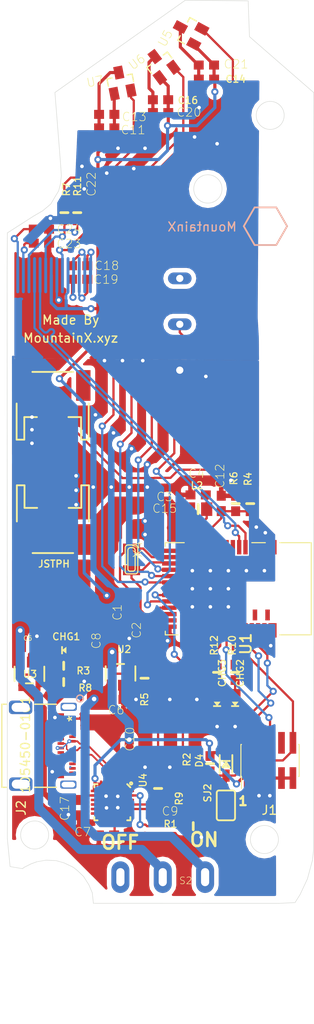
<source format=kicad_pcb>
(kicad_pcb (version 20171130) (host pcbnew "(6.0.0-rc1-dev-1027-g90233e5ec)")
  (layers (0 Top signal) (31 Bottom signal) (34 B.Paste user) (35 F.Paste user) (36 B.SilkS user) (37 F.SilkS user) (38 B.Mask user) (39 F.Mask user) (44 Edge.Cuts user))
  (net 0 "")
  (net 1 GND)
  (net 2 3.3V)
  (net 3 VBAT)
  (net 4 VBUS)
  (net 5 /SWDIO)
  (net 6 /SWCLK)
  (net 7 /RESET)
  (net 8 /SWO)
  (net 9 /RXD)
  (net 10 /P0.07)
  (net 11 /TXD)
  (net 12 "Net-(C2-Pad1)")
  (net 13 "Net-(C1-Pad1)")
  (net 14 "Net-(L2-Pad2)")
  (net 15 "Net-(C4-Pad1)")
  (net 16 /A7/P0.31)
  (net 17 "Net-(R8-Pad1)")
  (net 18 "Net-(R3-Pad2)")
  (net 19 "Net-(R5-Pad1)")
  (net 20 /DTR)
  (net 21 "Net-(R9-Pad1)")
  (net 22 "Net-(C7-Pad1)")
  (net 23 /A0)
  (net 24 "Net-(CHG1-PadC)")
  (net 25 /A1)
  (net 26 /A2)
  (net 27 /VBB)
  (net 28 "Net-(C9-Pad1)")
  (net 29 USBD+)
  (net 30 USBD-)
  (net 31 "Net-(C18-Pad2)")
  (net 32 "Net-(C18-Pad1)")
  (net 33 "Net-(C19-Pad2)")
  (net 34 "Net-(C19-Pad1)")
  (net 35 "Net-(C22-Pad2)")
  (net 36 "Net-(C23-Pad2)")
  (net 37 "Net-(C24-Pad2)")
  (net 38 "Net-(R7-Pad1)")
  (net 39 "Net-(R11-Pad1)")
  (net 40 SDA)
  (net 41 SCL)
  (net 42 "Net-(CHG2-PadA)")
  (net 43 "Net-(CHG3-PadA)")
  (net 44 "Net-(R10-Pad2)")
  (net 45 "Net-(R12-Pad2)")
  (module eBoard_remote_control:0603-NO (layer Top) (at 200.75 132.25 90)
    (fp_text reference R12 (at 1.778 0.127 90) (layer F.SilkS) (effects (font (size 0.77216 0.77216) (thickness 0.138988)) (justify left bottom)))
    (fp_text value 1K)
    (pad 2 smd rect (at 0.85 0 90) (size 1.075 1) (layers Top F.Paste F.Mask) (net 45 "Net-(R12-Pad2)"))
    (pad 1 smd rect (at -0.85 0 90) (size 1.075 1) (layers Top F.Paste F.Mask) (net 43 "Net-(CHG3-PadA)"))
  )
  (module eBoard_remote_control:0603-NO (layer Top) (at 202.75 132.25 90)
    (fp_text reference R10 (at 1.778 0.127 90) (layer F.SilkS) (effects (font (size 0.77216 0.77216) (thickness 0.138988)) (justify left bottom)))
    (fp_text value 1K)
    (pad 2 smd rect (at 0.85 0 90) (size 1.075 1) (layers Top F.Paste F.Mask) (net 44 "Net-(R10-Pad2)"))
    (pad 1 smd rect (at -0.85 0 90) (size 1.075 1) (layers Top F.Paste F.Mask) (net 42 "Net-(CHG2-PadA)"))
  )
  (module eBoard_remote_control:CHIPLED_0805_NOOUTLINE (layer Top) (at 200.75 135.75 180)
    (fp_text reference CHG3 (at -1.016 1.778 -90) (layer F.SilkS) (effects (font (size 0.77216 0.77216) (thickness 0.138988)) (justify left bottom)))
    (fp_text value BLUE)
    (pad A smd rect (at 0 1.05 180) (size 1.2 1.2) (layers Top F.Paste F.Mask) (net 43 "Net-(CHG3-PadA)"))
    (pad C smd rect (at 0 -1.05 180) (size 1.2 1.2) (layers Top F.Paste F.Mask) (net 1 GND))
  )
  (module eBoard_remote_control:CHIPLED_0805_NOOUTLINE (layer Top) (at 202.75 135.75 180)
    (fp_text reference CHG2 (at -1.016 1.778 -90) (layer F.SilkS) (effects (font (size 0.77216 0.77216) (thickness 0.138988)) (justify left bottom)))
    (fp_text value BLUE)
    (pad A smd rect (at 0 1.05 180) (size 1.2 1.2) (layers Top F.Paste F.Mask) (net 42 "Net-(CHG2-PadA)"))
    (pad C smd rect (at 0 -1.05 180) (size 1.2 1.2) (layers Top F.Paste F.Mask) (net 1 GND))
  )
  (module eBoard_remote_control:105450-0101 (layer Top) (at 184.7 137.375 270)
    (fp_text reference J2 (at 9.875 5.7 270) (layer F.SilkS))
    (fp_text value 105450-0101 (at 2.875 5.225 270) (layer F.SilkS))
    (fp_text user * (at 0 0 270) (layer F.SilkS))
    (pad 25 thru_hole roundrect (at -1.31 0.42 270) (size 0.9 1.8) (drill oval 0.6096 1.5) (layers *.Cu *.Mask))
    (pad B1 smd rect (at 6.099999 1.299997 270) (size 0.9906 0.7112) (layers Top F.Paste F.Mask) (net 1 GND))
    (pad A12 smd rect (at 5.999999 0 270) (size 0.3048 0.7112) (layers Top F.Paste F.Mask) (net 1 GND))
    (pad B2 smd rect (at 5.25 1.299997 270) (size 0.3048 0.7112) (layers Top F.Paste F.Mask))
    (pad A11 smd rect (at 5.5 0 270) (size 0.3048 0.7112) (layers Top F.Paste F.Mask))
    (pad B3 smd rect (at 4.749999 1.299997 270) (size 0.3048 0.7112) (layers Top F.Paste F.Mask))
    (pad A10 smd rect (at 4.999999 0 270) (size 0.3048 0.7112) (layers Top F.Paste F.Mask))
    (pad B4 smd rect (at 4.25 1.299997 270) (size 0.3048 0.7112) (layers Top F.Paste F.Mask) (net 4 VBUS))
    (pad A9 smd rect (at 4.5 0 270) (size 0.3048 0.7112) (layers Top F.Paste F.Mask) (net 4 VBUS))
    (pad B5 smd rect (at 3.750001 1.299997 270) (size 0.3048 0.7112) (layers Top F.Paste F.Mask))
    (pad A8 smd rect (at 4.000001 0 270) (size 0.3048 0.7112) (layers Top F.Paste F.Mask))
    (pad B6 smd rect (at 3.249999 1.299997 270) (size 0.3048 0.7112) (layers Top F.Paste F.Mask) (net 29 USBD+))
    (pad A7 smd rect (at 3.499999 0 270) (size 0.3048 0.7112) (layers Top F.Paste F.Mask) (net 30 USBD-))
    (pad B7 smd rect (at 2.75 1.299997 270) (size 0.3048 0.7112) (layers Top F.Paste F.Mask) (net 30 USBD-))
    (pad A6 smd rect (at 2.5 0 270) (size 0.3048 0.7112) (layers Top F.Paste F.Mask) (net 29 USBD+))
    (pad B8 smd rect (at 2.249999 1.299997 270) (size 0.3048 0.7112) (layers Top F.Paste F.Mask))
    (pad A5 smd rect (at 1.999999 0 270) (size 0.3048 0.7112) (layers Top F.Paste F.Mask))
    (pad B9 smd rect (at 1.75 1.299997 270) (size 0.3048 0.7112) (layers Top F.Paste F.Mask) (net 4 VBUS))
    (pad A4 smd rect (at 1.5 0 270) (size 0.3048 0.7112) (layers Top F.Paste F.Mask) (net 4 VBUS))
    (pad B10 smd rect (at 1.250001 1.299997 270) (size 0.3048 0.7112) (layers Top F.Paste F.Mask))
    (pad A3 smd rect (at 1.000001 0 270) (size 0.3048 0.7112) (layers Top F.Paste F.Mask))
    (pad B11 smd rect (at 0.749999 1.299997 270) (size 0.3048 0.7112) (layers Top F.Paste F.Mask))
    (pad A2 smd rect (at 0.499999 0 270) (size 0.3048 0.7112) (layers Top F.Paste F.Mask))
    (pad B12 smd rect (at -0.1 1.299997 270) (size 0.9906 0.7112) (layers Top F.Paste F.Mask) (net 1 GND))
    (pad A1 smd rect (at 0 0 270) (size 0.3048 0.7112) (layers Top F.Paste F.Mask) (net 1 GND))
    (pad 25 thru_hole roundrect (at -1.25 5.76 270) (size 1.5 2.6) (drill oval 1 2) (layers *.Cu *.Mask))
    (pad 25 thru_hole roundrect (at 7.25 5.74 270) (size 1.5 2.6) (drill oval 1 2) (layers *.Cu *.Mask))
    (pad 25 thru_hole roundrect (at 7.3 0.46 270) (size 0.9 1.8) (drill oval 0.6096 1.5) (layers *.Cu *.Mask))
  )
  (module eBoard_remote_control:0603-NO (layer Top) (at 185.225 81.375 90)
    (fp_text reference R11 (at 1.725 0.475 90) (layer F.SilkS) (effects (font (size 0.77216 0.77216) (thickness 0.138988)) (justify left bottom)))
    (fp_text value 390k)
    (pad 1 smd rect (at -0.85 0 90) (size 1.075 1) (layers Top F.Paste F.Mask) (net 39 "Net-(R11-Pad1)"))
    (pad 2 smd rect (at 0.85 0 90) (size 1.075 1) (layers Top F.Paste F.Mask) (net 1 GND))
  )
  (module eBoard_remote_control:0603-NO (layer Top) (at 183.8 81.375 90)
    (fp_text reference R7 (at 1.725 0.675 90) (layer F.SilkS) (effects (font (size 0.77216 0.77216) (thickness 0.138988)) (justify left bottom)))
    (fp_text value 10K)
    (pad 2 smd rect (at 0.85 0 90) (size 1.075 1) (layers Top F.Paste F.Mask) (net 2 3.3V))
    (pad 1 smd rect (at -0.85 0 90) (size 1.075 1) (layers Top F.Paste F.Mask) (net 38 "Net-(R7-Pad1)"))
  )
  (module eBoard_remote_control:C0603 (layer Top) (at 181.25 83.2 180)
    (fp_text reference C24 (at -1.65 -0.55 180) (layer F.SilkS) (effects (font (size 0.95 0.95) (thickness 0.076)) (justify left bottom)))
    (fp_text value 10uF hide)
    (pad 2 smd rect (at 0.85 0 180) (size 1.1 1) (layers Top F.Paste F.Mask) (net 37 "Net-(C24-Pad2)"))
    (pad 1 smd rect (at -0.85 0 180) (size 1.1 1) (layers Top F.Paste F.Mask) (net 1 GND))
  )
  (module eBoard_remote_control:C0603 (layer Top) (at 181.25 84.75 180)
    (fp_text reference C23 (at -1.625 -0.625 180) (layer F.SilkS) (effects (font (size 0.95 0.95) (thickness 0.076)) (justify left bottom)))
    (fp_text value 10uF hide)
    (pad 2 smd rect (at 0.85 0 180) (size 1.1 1) (layers Top F.Paste F.Mask) (net 36 "Net-(C23-Pad2)"))
    (pad 1 smd rect (at -0.85 0 180) (size 1.1 1) (layers Top F.Paste F.Mask) (net 1 GND))
  )
  (module eBoard_remote_control:C0603 (layer Top) (at 186.625 81.375 270)
    (fp_text reference C22 (at -1.725 -0.725 270) (layer F.SilkS) (effects (font (size 0.95 0.95) (thickness 0.076)) (justify left bottom)))
    (fp_text value 1uF hide)
    (pad 2 smd rect (at 0.85 0 270) (size 1.1 1) (layers Top F.Paste F.Mask) (net 35 "Net-(C22-Pad2)"))
    (pad 1 smd rect (at -0.85 0 270) (size 1.1 1) (layers Top F.Paste F.Mask) (net 1 GND))
  )
  (module eBoard_remote_control:C0603 (layer Top) (at 185.5 88.75 180)
    (fp_text reference C19 (at -1.5 -0.575 180) (layer F.SilkS) (effects (font (size 0.95 0.95) (thickness 0.076)) (justify left bottom)))
    (fp_text value 1uF hide)
    (pad 2 smd rect (at 0.85 0 180) (size 1.1 1) (layers Top F.Paste F.Mask) (net 33 "Net-(C19-Pad2)"))
    (pad 1 smd rect (at -0.85 0 180) (size 1.1 1) (layers Top F.Paste F.Mask) (net 34 "Net-(C19-Pad1)"))
  )
  (module eBoard_remote_control:C0603 (layer Top) (at 185.5 87.25 180)
    (fp_text reference C18 (at -1.575 -0.55 180) (layer F.SilkS) (effects (font (size 0.95 0.95) (thickness 0.076)) (justify left bottom)))
    (fp_text value 1uF hide)
    (pad 2 smd rect (at 0.85 0 180) (size 1.1 1) (layers Top F.Paste F.Mask) (net 31 "Net-(C18-Pad2)"))
    (pad 1 smd rect (at -0.85 0 180) (size 1.1 1) (layers Top F.Paste F.Mask) (net 32 "Net-(C18-Pad1)"))
  )
  (module eBoard_remote_control:C0603 (layer Top) (at 195 117 180)
    (fp_text reference C15 (at 1.5 2.325 180) (layer F.SilkS) (effects (font (size 0.95 0.95) (thickness 0.076)) (justify left bottom)))
    (fp_text value 100nF hide)
    (pad 2 smd rect (at 0.85 0 180) (size 1.1 1) (layers Top F.Paste F.Mask) (net 1 GND))
    (pad 1 smd rect (at -0.85 0 180) (size 1.1 1) (layers Top F.Paste F.Mask) (net 2 3.3V))
  )
  (module eBoard_remote_control:JSTPH2 (layer Top) (at 182.525 116.05 180)
    (fp_text reference X1 hide)
    (fp_text value JSTPH hide)
    (fp_text user JSTPH (at 1.725 -4.65 180) (layer F.SilkS) (effects (font (size 0.77216 0.77216) (thickness 0.146304)) (justify left bottom)))
    (pad NC2 smd rect (at 3.4 -1.5 270) (size 3.4 1.6) (layers Top F.Paste F.Mask))
    (pad NC1 smd rect (at -3.4 -1.5 270) (size 3.4 1.6) (layers Top F.Paste F.Mask))
    (pad 2 smd rect (at 1 3.7 180) (size 1 4.6) (layers Top F.Paste F.Mask) (net 3 VBAT))
    (pad 1 smd rect (at -1 3.7 180) (size 1 4.6) (layers Top F.Paste F.Mask) (net 1 GND))
  )
  (module eBoard_remote_control:C0603 (layer Top) (at 188.5 70.5 180)
    (fp_text reference C13 (at -1.625 -0.825 180) (layer F.SilkS) (effects (font (size 0.95 0.95) (thickness 0.076)) (justify left bottom)))
    (fp_text value 100nF hide)
    (pad 2 smd rect (at 0.85 0 180) (size 1.1 1) (layers Top F.Paste F.Mask) (net 1 GND))
    (pad 1 smd rect (at -0.85 0 180) (size 1.1 1) (layers Top F.Paste F.Mask) (net 2 3.3V))
  )
  (module eBoard_remote_control:C0603 (layer Top) (at 188.5 72 180)
    (fp_text reference C11 (at -1.5 -0.775 180) (layer F.SilkS) (effects (font (size 0.95 0.95) (thickness 0.076)) (justify left bottom)))
    (fp_text value 10µF hide)
    (pad 2 smd rect (at 0.85 0 180) (size 1.1 1) (layers Top F.Paste F.Mask) (net 1 GND))
    (pad 1 smd rect (at -0.85 0 180) (size 1.1 1) (layers Top F.Paste F.Mask) (net 2 3.3V))
  )
  (module eBoard_remote_control:0603-NO (layer Top) (at 198.1 149.275 180)
    (fp_text reference R1 (at 3.375 -0.225 180) (layer F.SilkS) (effects (font (size 0.77216 0.77216) (thickness 0.138988)) (justify left bottom)))
    (fp_text value 1K)
    (pad 2 smd rect (at 0.85 0 180) (size 1.075 1) (layers Top F.Paste F.Mask) (net 20 /DTR))
    (pad 1 smd rect (at -0.85 0 180) (size 1.075 1) (layers Top F.Paste F.Mask) (net 1 GND))
  )
  (module eBoard_remote_control:SSD1306_OLED-0.91-128x32 (layer Bottom) (at 178.175 85.95 270)
    (fp_text reference U8 hide)
    (fp_text value SSD1306)
    (pad 14 smd oval (at 2.35 -0.45 270) (size 4 0.32) (layers Bottom B.Paste B.Mask) (net 37 "Net-(C24-Pad2)"))
    (pad 13 smd oval (at 2.35 -1.07 270) (size 4 0.32) (layers Bottom B.Paste B.Mask) (net 36 "Net-(C23-Pad2)"))
    (pad 12 smd oval (at 2.35 -1.69 270) (size 4 0.32) (layers Bottom B.Paste B.Mask) (net 39 "Net-(R11-Pad1)"))
    (pad 11 smd oval (at 2.35 -2.31 270) (size 4 0.32) (layers Bottom B.Paste B.Mask) (net 40 SDA))
    (pad 10 smd oval (at 2.35 -2.93 270) (size 4 0.32) (layers Bottom B.Paste B.Mask) (net 41 SCL))
    (pad 9 smd oval (at 2.35 -3.55 270) (size 4 0.32) (layers Bottom B.Paste B.Mask) (net 38 "Net-(R7-Pad1)"))
    (pad 8 smd oval (at 2.35 -4.17 270) (size 4 0.32) (layers Bottom B.Paste B.Mask) (net 2 3.3V))
    (pad 7 smd oval (at 2.35 -4.79 270) (size 4 0.32) (layers Bottom B.Paste B.Mask) (net 1 GND))
    (pad 6 smd oval (at 2.35 -5.41 270) (size 4 0.32) (layers Bottom B.Paste B.Mask) (net 35 "Net-(C22-Pad2)"))
    (pad 5 smd oval (at 2.35 -6.03 270) (size 4 0.32) (layers Bottom B.Paste B.Mask) (net 2 3.3V))
    (pad 4 smd oval (at 2.35 -6.65 270) (size 4 0.32) (layers Bottom B.Paste B.Mask) (net 33 "Net-(C19-Pad2)"))
    (pad 3 smd oval (at 2.35 -7.27 270) (size 4 0.32) (layers Bottom B.Paste B.Mask) (net 34 "Net-(C19-Pad1)"))
    (pad 2 smd oval (at 2.35 -7.89 270) (size 4 0.32) (layers Bottom B.Paste B.Mask) (net 31 "Net-(C18-Pad2)"))
    (pad 1 smd oval (at 2.35 -8.51 270) (size 4 0.32) (layers Bottom B.Paste B.Mask) (net 32 "Net-(C18-Pad1)"))
  )
  (module eBoard_remote_control:0603-NO (layer Top) (at 192.7 132.9 90)
    (fp_text reference R5 (at -3.2 0.45 90) (layer F.SilkS) (effects (font (size 0.77216 0.77216) (thickness 0.138988)) (justify left bottom)))
    (fp_text value 100K)
    (pad 2 smd rect (at 0.85 0 90) (size 1.075 1) (layers Top F.Paste F.Mask) (net 27 /VBB))
    (pad 1 smd rect (at -0.85 0 90) (size 1.075 1) (layers Top F.Paste F.Mask) (net 19 "Net-(R5-Pad1)"))
  )
  (module eBoard_remote_control:K9-1267B-L (layer Top) (at 196.60616 93.73108 270)
    (fp_text reference S1 hide)
    (fp_text value K9-1267B-L hide)
    (pad P1 thru_hole oval (at 5.08 0) (size 2.616 1.308) (drill 0.8) (layers *.Cu *.Mask) (net 1 GND))
    (pad P3 thru_hole oval (at -5.08 0) (size 2.616 1.308) (drill 0.8) (layers *.Cu *.Mask))
    (pad P2 thru_hole oval (at 0 0) (size 2.616 1.308) (drill 0.8) (layers *.Cu *.Mask) (net 10 /P0.07))
  )
  (module eBoard_remote_control:C0603 (layer Top) (at 201.209534 113.554926 90)
    (fp_text reference C12 (at 1.604926 0.415466 90) (layer F.SilkS) (effects (font (size 0.95 0.95) (thickness 0.076)) (justify left bottom)))
    (fp_text value 1nF hide)
    (pad 1 smd rect (at -0.85 0 90) (size 1.1 1) (layers Top F.Paste F.Mask) (net 16 /A7/P0.31))
    (pad 2 smd rect (at 0.85 0 90) (size 1.1 1) (layers Top F.Paste F.Mask) (net 1 GND))
  )
  (module eBoard_remote_control:C0603 (layer Top) (at 191 141.975 270)
    (fp_text reference C10 (at -0.905 -0.635 270) (layer F.SilkS) (effects (font (size 0.95 0.95) (thickness 0.076)) (justify left bottom)))
    (fp_text value 0.1uF hide)
    (pad 2 smd rect (at 0.85 0 270) (size 1.1 1) (layers Top F.Paste F.Mask) (net 1 GND))
    (pad 1 smd rect (at -0.85 0 270) (size 1.1 1) (layers Top F.Paste F.Mask) (net 2 3.3V))
  )
  (module eBoard_remote_control:C0603 (layer Top) (at 187.5 131.9 270)
    (fp_text reference C8 (at -2.166568 -0.392265 270) (layer F.SilkS) (effects (font (size 0.95 0.95) (thickness 0.076)) (justify left bottom)))
    (fp_text value 10µF hide)
    (pad 2 smd rect (at 0.85 0 270) (size 1.1 1) (layers Top F.Paste F.Mask) (net 1 GND))
    (pad 1 smd rect (at -0.85 0 270) (size 1.1 1) (layers Top F.Paste F.Mask) (net 2 3.3V))
  )
  (module eBoard_remote_control:C0603 (layer Top) (at 188.475 150.25 180)
    (fp_text reference C7 (at 3.625 -0.225 180) (layer F.SilkS) (effects (font (size 0.95 0.95) (thickness 0.076)) (justify left bottom)))
    (fp_text value 10uf hide)
    (pad 2 smd rect (at 0.85 0 180) (size 1.1 1) (layers Top F.Paste F.Mask) (net 1 GND))
    (pad 1 smd rect (at -0.85 0 180) (size 1.1 1) (layers Top F.Paste F.Mask) (net 22 "Net-(C7-Pad1)"))
  )
  (module eBoard_remote_control:C0603 (layer Top) (at 189.5 135.25)
    (fp_text reference C6 (at -0.925 1.725) (layer F.SilkS) (effects (font (size 0.95 0.95) (thickness 0.076)) (justify left bottom)))
    (fp_text value 10µF hide)
    (pad 2 smd rect (at 0.85 0) (size 1.1 1) (layers Top F.Paste F.Mask) (net 1 GND))
    (pad 1 smd rect (at -0.85 0) (size 1.1 1) (layers Top F.Paste F.Mask) (net 27 /VBB))
  )
  (module eBoard_remote_control:C0603 (layer Top) (at 179.83712 129.5)
    (fp_text reference C5 (at -0.63712 -0.725) (layer F.SilkS) (effects (font (size 0.5 0.5) (thickness 0.076)) (justify left bottom)))
    (fp_text value 10µF hide)
    (pad 2 smd rect (at 0.85 0) (size 1.1 1) (layers Top F.Paste F.Mask) (net 1 GND))
    (pad 1 smd rect (at -0.85 0) (size 1.1 1) (layers Top F.Paste F.Mask) (net 3 VBAT))
  )
  (module eBoard_remote_control:C0603 (layer Top) (at 198.645144 112.614082 180)
    (fp_text reference C4 (at 1.145144 1.814082 180) (layer F.SilkS) (effects (font (size 0.95 0.95) (thickness 0.076)) (justify left bottom)))
    (fp_text value 1uF hide)
    (pad 1 smd rect (at -0.85 0 180) (size 1.1 1) (layers Top F.Paste F.Mask) (net 15 "Net-(C4-Pad1)"))
    (pad 2 smd rect (at 0.85 0 180) (size 1.1 1) (layers Top F.Paste F.Mask) (net 1 GND))
  )
  (module eBoard_remote_control:C0603 (layer Top) (at 195 115.5 180)
    (fp_text reference C3 (at 1.05 2.125 180) (layer F.SilkS) (effects (font (size 0.95 0.95) (thickness 0.076)) (justify left bottom)))
    (fp_text value 10uF hide)
    (pad 1 smd rect (at -0.85 0 180) (size 1.1 1) (layers Top F.Paste F.Mask) (net 2 3.3V))
    (pad 2 smd rect (at 0.85 0 180) (size 1.1 1) (layers Top F.Paste F.Mask) (net 1 GND))
  )
  (module eBoard_remote_control:C0603 (layer Top) (at 193 127.75 270)
    (fp_text reference C2 (at 0.811524 0.634137 270) (layer F.SilkS) (effects (font (size 0.95 0.95) (thickness 0.076)) (justify left bottom)))
    (fp_text value 22pF hide)
    (pad 1 smd rect (at -0.85 0 270) (size 1.1 1) (layers Top F.Paste F.Mask) (net 12 "Net-(C2-Pad1)"))
    (pad 2 smd rect (at 0.85 0 270) (size 1.1 1) (layers Top F.Paste F.Mask) (net 1 GND))
  )
  (module eBoard_remote_control:C0603 (layer Top) (at 191.25 125.75 270)
    (fp_text reference C1 (at 0.836924 1.015137 270) (layer F.SilkS) (effects (font (size 0.95 0.95) (thickness 0.076)) (justify left bottom)))
    (fp_text value 22pF hide)
    (pad 1 smd rect (at -0.85 0 270) (size 1.1 1) (layers Top F.Paste F.Mask) (net 13 "Net-(C1-Pad1)"))
    (pad 2 smd rect (at 0.85 0 270) (size 1.1 1) (layers Top F.Paste F.Mask) (net 1 GND))
  )
  (module eBoard_remote_control:SS12D11 (layer Top) (at 194.7164 154.9146 180)
    (fp_text reference S2 (at -1.7836 -0.8354) (layer F.SilkS) (effects (font (size 0.76 0.76) (thickness 0.0608)) (justify left bottom)))
    (fp_text value SS12D11 hide)
    (pad 2 thru_hole oval (at 0 0 270) (size 3.5 2) (drill oval 2 0.9) (layers *.Cu *.Mask) (net 3 VBAT))
    (pad 1 thru_hole oval (at -4.7 0 270) (size 3.5 2) (drill oval 2 0.9) (layers *.Cu *.Mask) (net 27 /VBB))
    (pad 3 thru_hole oval (at 4.7 0 270) (size 3.5 2) (drill oval 2 0.9) (layers *.Cu *.Mask))
  )
  (module Connector_PinHeader_1.27mm:PinHeader_2x05_P1.27mm_Vertical_SMD (layer Top) (at 206.625 142 90)
    (fp_text reference J1 (at -5.5 -0.075 180) (layer F.SilkS))
    (fp_text value SWDIO_conn)
    (pad 10 smd rect (at 1.95 2.54 90) (size 2.4 0.74) (layers Top F.Paste F.Mask) (net 7 /RESET))
    (pad 9 smd rect (at -1.95 2.54 90) (size 2.4 0.74) (layers Top F.Paste F.Mask) (net 1 GND))
    (pad 8 smd rect (at 1.95 1.27 90) (size 2.4 0.74) (layers Top F.Paste F.Mask))
    (pad 7 smd rect (at -1.95 1.27 90) (size 2.4 0.74) (layers Top F.Paste F.Mask) (net 1 GND))
    (pad 6 smd rect (at 1.95 0 90) (size 2.4 0.74) (layers Top F.Paste F.Mask) (net 8 /SWO))
    (pad 5 smd rect (at -1.95 0 90) (size 2.4 0.74) (layers Top F.Paste F.Mask) (net 1 GND))
    (pad 4 smd rect (at 1.95 -1.27 90) (size 2.4 0.74) (layers Top F.Paste F.Mask) (net 6 /SWCLK))
    (pad 3 smd rect (at -1.95 -1.27 90) (size 2.4 0.74) (layers Top F.Paste F.Mask) (net 1 GND))
    (pad 2 smd rect (at 1.95 -2.54 90) (size 2.4 0.74) (layers Top F.Paste F.Mask) (net 5 /SWDIO))
    (pad 1 smd rect (at -1.95 -2.54 90) (size 2.4 0.74) (layers Top F.Paste F.Mask) (net 2 3.3V))
  )
  (module "Adafruit nRF52 Bluefruit Feather rev G:SOLDERJUMPER_CLOSEDWIRE" (layer Top) (at 201.725 146.975 90)
    (fp_text reference SJ2 (at 0.25 -1.575 90) (layer F.SilkS) (effects (font (size 0.77216 0.77216) (thickness 0.146304)) (justify left bottom)))
    (fp_text value BAT)
    (pad 1 smd rect (at -0.762 0 90) (size 1.1684 1.6002) (layers Top F.Mask) (net 28 "Net-(C9-Pad1)"))
    (pad 2 smd rect (at 0.762 0 90) (size 1.1684 1.6002) (layers Top F.Mask) (net 7 /RESET))
    (pad WIRE smd rect (at 0 0 90) (size 0.635 0.2032) (layers Top F.Mask))
  )
  (module eBoard_remote_control:0603-NO (layer Top) (at 199.96228 142.361 270)
    (fp_text reference R2 (at 0.389 2.11228 270) (layer F.SilkS) (effects (font (size 0.77216 0.77216) (thickness 0.138988)) (justify left bottom)))
    (fp_text value 10K)
    (pad 2 smd rect (at 0.85 0 270) (size 1.075 1) (layers Top F.Paste F.Mask) (net 7 /RESET))
    (pad 1 smd rect (at -0.85 0 270) (size 1.075 1) (layers Top F.Paste F.Mask) (net 2 3.3V))
  )
  (module "Adafruit nRF52 Bluefruit Feather rev G:SOD-323" (layer Top) (at 201.74028 142.40672 270)
    (fp_text reference D4 (at -1.23172 3.41528 90) (layer F.SilkS) (effects (font (size 0.77216 0.77216) (thickness 0.138988)) (justify right top)))
    (fp_text value 1n4148)
    (pad A smd rect (at 1.27 0 270) (size 1.35 0.8) (layers Top F.Paste F.Mask) (net 7 /RESET))
    (pad C smd rect (at -1.27 0 270) (size 1.35 0.8) (layers Top F.Paste F.Mask) (net 2 3.3V))
  )
  (module eBoard_remote_control:C0603 (layer Top) (at 198.075 147.7 180)
    (fp_text reference C9 (at 3.525 -0.475 180) (layer F.SilkS) (effects (font (size 0.95 0.95) (thickness 0.076)) (justify left bottom)))
    (fp_text value 0.1uF hide)
    (pad 2 smd rect (at 0.85 0 180) (size 1.1 1) (layers Top F.Paste F.Mask) (net 20 /DTR))
    (pad 1 smd rect (at -0.85 0 180) (size 1.1 1) (layers Top F.Paste F.Mask) (net 28 "Net-(C9-Pad1)"))
  )
  (module eBoard_remote_control:BLE_MODULE_RAYTAC_MDBT42 (layer Top) (at 203.1 123 270)
    (fp_text reference U1 (at 7.444937 -1.543556 270) (layer F.SilkS) (effects (font (size 1.2065 1.2065) (thickness 0.21717)) (justify left bottom)))
    (fp_text value MDBT42)
    (pad 1 smd rect (at -4.6 -3.8 270) (size 1.6 0.9) (layers Top F.Paste F.Mask) (net 1 GND))
    (pad 2 smd rect (at -4.6 -0.8 270) (size 1.6 0.48) (layers Top F.Paste F.Mask) (net 40 SDA))
    (pad 3 smd rect (at -4.6 -0.1 270) (size 1.6 0.48) (layers Top F.Paste F.Mask) (net 41 SCL))
    (pad 4 smd rect (at -4.6 0.6 270) (size 1.6 0.48) (layers Top F.Paste F.Mask))
    (pad 5 smd rect (at -4.6 1.3 270) (size 1.6 0.48) (layers Top F.Paste F.Mask))
    (pad 6 smd rect (at -4.6 2 270) (size 1.6 0.48) (layers Top F.Paste F.Mask))
    (pad 7 smd rect (at -4.6 2.7 270) (size 1.6 0.48) (layers Top F.Paste F.Mask))
    (pad 8 smd rect (at -4.6 3.4 270) (size 1.6 0.48) (layers Top F.Paste F.Mask) (net 16 /A7/P0.31))
    (pad 9 smd rect (at -4.6 4.1 270) (size 1.6 0.48) (layers Top F.Paste F.Mask) (net 15 "Net-(C4-Pad1)"))
    (pad 10 smd rect (at -4.6 4.8 270) (size 1.6 0.48) (layers Top F.Paste F.Mask) (net 14 "Net-(L2-Pad2)"))
    (pad 11 smd rect (at -4.6 5.5 270) (size 1.6 0.48) (layers Top F.Paste F.Mask) (net 2 3.3V))
    (pad 12 smd rect (at -4.2 7.65) (size 1.6 0.48) (layers Top F.Paste F.Mask) (net 1 GND))
    (pad 13 smd rect (at -3.5 7.65) (size 1.6 0.48) (layers Top F.Paste F.Mask) (net 13 "Net-(C1-Pad1)"))
    (pad 14 smd rect (at -2.8 7.65) (size 1.6 0.48) (layers Top F.Paste F.Mask) (net 12 "Net-(C2-Pad1)"))
    (pad 15 smd rect (at -2.1 7.65) (size 1.6 0.48) (layers Top F.Paste F.Mask) (net 23 /A0))
    (pad 16 smd rect (at -1.4 7.65) (size 1.6 0.48) (layers Top F.Paste F.Mask) (net 25 /A1))
    (pad 17 smd rect (at -0.7 7.65) (size 1.6 0.48) (layers Top F.Paste F.Mask) (net 26 /A2))
    (pad 18 smd rect (at 0 7.65) (size 1.6 0.48) (layers Top F.Paste F.Mask))
    (pad 19 smd rect (at 0.7 7.65) (size 1.6 0.48) (layers Top F.Paste F.Mask) (net 11 /TXD))
    (pad 20 smd rect (at 1.4 7.65) (size 1.6 0.48) (layers Top F.Paste F.Mask) (net 10 /P0.07))
    (pad 21 smd rect (at 2.1 7.65) (size 1.6 0.48) (layers Top F.Paste F.Mask) (net 9 /RXD))
    (pad 22 smd rect (at 2.8 7.65) (size 1.6 0.48) (layers Top F.Paste F.Mask))
    (pad 23 smd rect (at 3.5 7.65) (size 1.6 0.48) (layers Top F.Paste F.Mask))
    (pad 24 smd rect (at 4.2 7.65) (size 1.6 0.48) (layers Top F.Paste F.Mask) (net 1 GND))
    (pad 25 smd rect (at 4.6 6.2 270) (size 1.6 0.48) (layers Top F.Paste F.Mask))
    (pad 26 smd rect (at 4.6 5.5 270) (size 1.6 0.48) (layers Top F.Paste F.Mask))
    (pad 27 smd rect (at 4.6 4.8 270) (size 1.6 0.48) (layers Top F.Paste F.Mask))
    (pad 28 smd rect (at 4.6 4.1 270) (size 1.6 0.48) (layers Top F.Paste F.Mask))
    (pad 29 smd rect (at 4.6 3.4 270) (size 1.6 0.48) (layers Top F.Paste F.Mask))
    (pad 30 smd rect (at 4.6 2.7 270) (size 1.6 0.48) (layers Top F.Paste F.Mask))
    (pad 31 smd rect (at 4.6 2 270) (size 1.6 0.48) (layers Top F.Paste F.Mask) (net 45 "Net-(R12-Pad2)"))
    (pad 32 smd rect (at 4.6 1.3 270) (size 1.6 0.48) (layers Top F.Paste F.Mask) (net 8 /SWO))
    (pad 33 smd rect (at 4.6 0.6 270) (size 1.6 0.48) (layers Top F.Paste F.Mask) (net 44 "Net-(R10-Pad2)"))
    (pad 34 smd rect (at 4.6 -0.1 270) (size 1.6 0.48) (layers Top F.Paste F.Mask))
    (pad 35 smd rect (at 4.6 -0.8 270) (size 1.6 0.48) (layers Top F.Paste F.Mask) (net 7 /RESET))
    (pad 36 smd rect (at 4.6 -1.5 270) (size 1.6 0.48) (layers Top F.Paste F.Mask) (net 6 /SWCLK))
    (pad 37 smd rect (at 4.6 -2.2 270) (size 1.6 0.48) (layers Top F.Paste F.Mask) (net 5 /SWDIO))
    (pad 38 smd rect (at 4.6 -2.9 270) (size 1.6 0.48) (layers Top F.Paste F.Mask))
    (pad 39 smd rect (at 4.6 -3.8 270) (size 1.6 0.9) (layers Top F.Paste F.Mask) (net 1 GND))
    (pad 40 smd rect (at 2.9 -3.25 270) (size 1.2 0.5) (layers Top F.Paste F.Mask))
    (pad 41 smd rect (at 2.9 -1.85 270) (size 1.2 0.5) (layers Top F.Paste F.Mask))
  )
  (module eBoard_remote_control:JSTPH2 (layer Top) (at 182.5 102)
    (fp_text reference X2 hide)
    (fp_text value JSTPH hide)
    (pad 1 smd rect (at -1 3.7) (size 1 4.6) (layers Top F.Paste F.Mask) (net 1 GND))
    (pad 2 smd rect (at 1 3.7) (size 1 4.6) (layers Top F.Paste F.Mask) (net 3 VBAT))
    (pad NC1 smd rect (at -3.4 -1.5 90) (size 3.4 1.6) (layers Top F.Paste F.Mask))
    (pad NC2 smd rect (at 3.4 -1.5 90) (size 3.4 1.6) (layers Top F.Paste F.Mask))
  )
  (module eBoard_remote_control:0603-NO (layer Top) (at 183.725 133.325)
    (fp_text reference R8 (at 1.55 1.1) (layer F.SilkS) (effects (font (size 0.77216 0.77216) (thickness 0.138988)) (justify left bottom)))
    (fp_text value 1K)
    (pad 2 smd rect (at 0.85 0) (size 1.075 1) (layers Top F.Paste F.Mask) (net 1 GND))
    (pad 1 smd rect (at -0.85 0) (size 1.075 1) (layers Top F.Paste F.Mask) (net 17 "Net-(R8-Pad1)"))
  )
  (module eBoard_remote_control:XTAL3215 (layer Top) (at 191.25 119.75 90)
    (fp_text reference X4 (at 2.069237 0.128276 -90) (layer F.SilkS) (effects (font (size 0.9652 0.9652) (thickness 0.077216)) (justify right top)))
    (fp_text value 32.768)
    (pad P$1 smd rect (at 1.2 0 90) (size 1.1 1.9) (layers Top F.Paste F.Mask) (net 13 "Net-(C1-Pad1)"))
    (pad P$2 smd rect (at -1.2 0 270) (size 1.1 1.9) (layers Top F.Paste F.Mask) (net 12 "Net-(C2-Pad1)"))
  )
  (module eBoard_remote_control:0603-NO (layer Top) (at 194.2 145.1 90)
    (fp_text reference R9 (at -0.2667 1.8796 -90) (layer F.SilkS) (effects (font (size 0.77216 0.77216) (thickness 0.138988)) (justify right top)))
    (fp_text value 1K)
    (pad 1 smd rect (at -0.85 0 90) (size 1.075 1) (layers Top F.Paste F.Mask) (net 21 "Net-(R9-Pad1)"))
    (pad 2 smd rect (at 0.85 0 90) (size 1.075 1) (layers Top F.Paste F.Mask) (net 9 /RXD))
  )
  (module eBoard_remote_control:SOT23 (layer Top) (at 197.64 61.35 61.8)
    (fp_text reference U5 (at -2.881395 -1.416532 61.8) (layer F.SilkS) (effects (font (size 0.95 0.95) (thickness 0.076)) (justify left bottom)))
    (fp_text value AH49ENTR-G1 hide)
    (pad 1 smd rect (at -0.95 1.1 61.8) (size 1 1.4) (layers Top F.Paste F.Mask) (net 2 3.3V))
    (pad 2 smd rect (at 0.95 1.1 61.8) (size 1 1.4) (layers Top F.Paste F.Mask) (net 23 /A0))
    (pad 3 smd rect (at 0 -1.1 61.8) (size 1 1.4) (layers Top F.Paste F.Mask) (net 1 GND))
  )
  (module eBoard_remote_control:SOT23 (layer Top) (at 190.05 66.95 11.1)
    (fp_text reference U7 (at -3.780454 -0.079304 11.1) (layer F.SilkS) (effects (font (size 0.95 0.95) (thickness 0.076)) (justify left bottom)))
    (fp_text value AH49ENTR-G1 hide)
    (pad 1 smd rect (at -0.95 1.1 11.1) (size 1 1.4) (layers Top F.Paste F.Mask) (net 2 3.3V))
    (pad 2 smd rect (at 0.95 1.1 11.1) (size 1 1.4) (layers Top F.Paste F.Mask) (net 26 /A2))
    (pad 3 smd rect (at 0 -1.1 11.1) (size 1 1.4) (layers Top F.Paste F.Mask) (net 1 GND))
  )
  (module eBoard_remote_control:SOT23 (layer Top) (at 194.49 64.98 37)
    (fp_text reference U6 (at -2.939168 -1.250677 37) (layer F.SilkS) (effects (font (size 0.95 0.95) (thickness 0.076)) (justify left bottom)))
    (fp_text value AH49ENTR-G1 hide)
    (pad 1 smd rect (at -0.95 1.1 37) (size 1 1.4) (layers Top F.Paste F.Mask) (net 2 3.3V))
    (pad 2 smd rect (at 0.95 1.1 37) (size 1 1.4) (layers Top F.Paste F.Mask) (net 25 /A1))
    (pad 3 smd rect (at 0 -1.1 37) (size 1 1.4) (layers Top F.Paste F.Mask) (net 1 GND))
  )
  (module eBoard_remote_control:C0603 (layer Top) (at 199.56 65.04 180)
    (fp_text reference C21 (at -1.865 -0.46 180) (layer F.SilkS) (effects (font (size 0.95 0.95) (thickness 0.076)) (justify left bottom)))
    (fp_text value 100nF hide)
    (pad 2 smd rect (at 0.85 0 180) (size 1.1 1) (layers Top F.Paste F.Mask) (net 1 GND))
    (pad 1 smd rect (at -0.85 0 180) (size 1.1 1) (layers Top F.Paste F.Mask) (net 2 3.3V))
  )
  (module eBoard_remote_control:C0603 (layer Top) (at 194.48 70.3 180)
    (fp_text reference C20 (at -1.72 -0.525) (layer F.SilkS) (effects (font (size 0.95 0.95) (thickness 0.076)) (justify left bottom)))
    (fp_text value 10µF hide)
    (pad 2 smd rect (at 0.85 0 180) (size 1.1 1) (layers Top F.Paste F.Mask) (net 1 GND))
    (pad 1 smd rect (at -0.85 0 180) (size 1.1 1) (layers Top F.Paste F.Mask) (net 2 3.3V))
  )
  (module eBoard_remote_control:0805-NO (layer Top) (at 198.644134 114.189926 180)
    (fp_text reference L2 (at -0.630866 3.064926) (layer F.SilkS) (effects (font (size 0.77216 0.77216) (thickness 0.138988)) (justify right top)))
    (fp_text value 10uH)
    (pad 1 smd rect (at -0.95 0 180) (size 1.24 1.5) (layers Top F.Paste F.Mask) (net 15 "Net-(C4-Pad1)"))
    (pad 2 smd rect (at 0.95 0 180) (size 1.24 1.5) (layers Top F.Paste F.Mask) (net 14 "Net-(L2-Pad2)"))
  )
  (module eBoard_remote_control:SOT23-5 (layer Top) (at 179.920884 132.417077 180)
    (fp_text reference U3 (at 0.795884 -0.482923 180) (layer F.SilkS) (effects (font (size 0.77216 0.77216) (thickness 0.138988)) (justify left bottom)))
    (fp_text value MCP73831T-2ACI/OT)
    (pad 5 smd rect (at -0.95 -1.3001 180) (size 0.55 1.2) (layers Top F.Paste F.Mask) (net 17 "Net-(R8-Pad1)"))
    (pad 4 smd rect (at 0.95 -1.3001 180) (size 0.55 1.2) (layers Top F.Paste F.Mask) (net 4 VBUS))
    (pad 3 smd rect (at 0.95 1.3001 180) (size 0.55 1.2) (layers Top F.Paste F.Mask) (net 3 VBAT))
    (pad 2 smd rect (at 0 1.3001 180) (size 0.55 1.2) (layers Top F.Paste F.Mask) (net 1 GND))
    (pad 1 smd rect (at -0.95 1.3001 180) (size 0.55 1.2) (layers Top F.Paste F.Mask) (net 18 "Net-(R3-Pad2)"))
  )
  (module eBoard_remote_control:CHIPLED_0805_NOOUTLINE (layer Top) (at 183.775 129.8 90)
    (fp_text reference CHG1 (at 1.05 -1.4 -180) (layer F.SilkS) (effects (font (size 0.77216 0.77216) (thickness 0.138988)) (justify left bottom)))
    (fp_text value BLUE)
    (pad A smd rect (at 0 1.05 90) (size 1.2 1.2) (layers Top F.Paste F.Mask) (net 4 VBUS))
    (pad C smd rect (at 0 -1.05 90) (size 1.2 1.2) (layers Top F.Paste F.Mask) (net 24 "Net-(CHG1-PadC)"))
  )
  (module eBoard_remote_control:0603-NO (layer Top) (at 183.725 131.525 180)
    (fp_text reference R3 (at -3.025 -0.1) (layer F.SilkS) (effects (font (size 0.77216 0.77216) (thickness 0.138988)) (justify right top)))
    (fp_text value 1K)
    (pad 2 smd rect (at 0.85 0 180) (size 1.075 1) (layers Top F.Paste F.Mask) (net 18 "Net-(R3-Pad2)"))
    (pad 1 smd rect (at -0.85 0 180) (size 1.075 1) (layers Top F.Paste F.Mask) (net 24 "Net-(CHG1-PadC)"))
  )
  (module eBoard_remote_control:0603-NO (layer Top) (at 204.425 113.575 270)
    (fp_text reference R4 (at -1.875 -0.2 270) (layer F.SilkS) (effects (font (size 0.77216 0.77216) (thickness 0.138988)) (justify left bottom)))
    (fp_text value 806K)
    (pad 1 smd rect (at -0.85 0 270) (size 1.075 1) (layers Top F.Paste F.Mask) (net 3 VBAT))
    (pad 2 smd rect (at 0.85 0 270) (size 1.075 1) (layers Top F.Paste F.Mask) (net 16 /A7/P0.31))
  )
  (module eBoard_remote_control:0603-NO (layer Top) (at 202.809734 113.568526 90)
    (fp_text reference R6 (at 1.943526 0.240266 90) (layer F.SilkS) (effects (font (size 0.77216 0.77216) (thickness 0.138988)) (justify left bottom)))
    (fp_text value 2M)
    (pad 1 smd rect (at -0.85 0 90) (size 1.075 1) (layers Top F.Paste F.Mask) (net 16 /A7/P0.31))
    (pad 2 smd rect (at 0.85 0 90) (size 1.075 1) (layers Top F.Paste F.Mask) (net 1 GND))
  )
  (module eBoard_remote_control:SOT23-5 (layer Top) (at 190.029843 132.374715)
    (fp_text reference U2 (at 1.270157 -3.124715 -180) (layer F.SilkS) (effects (font (size 0.77216 0.77216) (thickness 0.138988)) (justify right top)))
    (fp_text value "AP2112(3.3V)")
    (pad 5 smd rect (at -0.95 -1.3001) (size 0.55 1.2) (layers Top F.Paste F.Mask) (net 2 3.3V))
    (pad 4 smd rect (at 0.95 -1.3001) (size 0.55 1.2) (layers Top F.Paste F.Mask))
    (pad 3 smd rect (at 0.95 1.3001) (size 0.55 1.2) (layers Top F.Paste F.Mask) (net 19 "Net-(R5-Pad1)"))
    (pad 2 smd rect (at 0 1.3001) (size 0.55 1.2) (layers Top F.Paste F.Mask) (net 1 GND))
    (pad 1 smd rect (at -0.95 1.3001) (size 0.55 1.2) (layers Top F.Paste F.Mask) (net 27 /VBB))
  )
  (module eBoard_remote_control:QFN24_4MM_SMSC (layer Top) (at 189.125 146.625 270)
    (fp_text reference U4 (at -3.3 -2.95 90) (layer F.SilkS) (effects (font (size 0.77216 0.77216) (thickness 0.138988)) (justify right top)))
    (fp_text value CP2104)
    (pad THERM smd rect (at 0 0 270) (size 2.5 2.5) (layers Top F.Mask) (net 1 GND))
    (pad 24 smd roundrect (at -1.25 -2 180) (size 0.8 0.28) (layers Top F.Paste F.Mask))
    (pad 23 smd roundrect (at -0.75 -2 180) (size 0.8 0.28) (layers Top F.Paste F.Mask) (net 20 /DTR))
    (pad 22 smd roundrect (at -0.25 -2 180) (size 0.8 0.28) (layers Top F.Paste F.Mask))
    (pad 21 smd roundrect (at 0.25 -2 180) (size 0.8 0.28) (layers Top F.Paste F.Mask) (net 21 "Net-(R9-Pad1)"))
    (pad 20 smd roundrect (at 0.75 -2 180) (size 0.8 0.28) (layers Top F.Paste F.Mask) (net 11 /TXD))
    (pad 19 smd roundrect (at 1.25 -2 180) (size 0.8 0.28) (layers Top F.Paste F.Mask))
    (pad 18 smd roundrect (at 2 -1.25 270) (size 0.8 0.28) (layers Top F.Paste F.Mask))
    (pad 17 smd roundrect (at 2 -0.75 270) (size 0.8 0.28) (layers Top F.Paste F.Mask))
    (pad 16 smd roundrect (at 2 -0.25 270) (size 0.8 0.28) (layers Top F.Paste F.Mask) (net 22 "Net-(C7-Pad1)"))
    (pad 15 smd roundrect (at 2 0.25 270) (size 0.8 0.28) (layers Top F.Paste F.Mask))
    (pad 14 smd roundrect (at 2 0.75 270) (size 0.8 0.28) (layers Top F.Paste F.Mask))
    (pad 13 smd roundrect (at 2 1.25 270) (size 0.8 0.28) (layers Top F.Paste F.Mask))
    (pad 12 smd roundrect (at 1.25 2) (size 0.8 0.28) (layers Top F.Paste F.Mask))
    (pad 11 smd roundrect (at 0.75 2) (size 0.8 0.28) (layers Top F.Paste F.Mask))
    (pad 10 smd roundrect (at 0.25 2) (size 0.8 0.28) (layers Top F.Paste F.Mask))
    (pad 9 smd roundrect (at -0.25 2) (size 0.8 0.28) (layers Top F.Paste F.Mask))
    (pad 8 smd roundrect (at -0.75 2) (size 0.8 0.28) (layers Top F.Paste F.Mask) (net 4 VBUS))
    (pad 7 smd roundrect (at -1.25 2) (size 0.8 0.28) (layers Top F.Paste F.Mask) (net 2 3.3V))
    (pad 6 smd roundrect (at -2 1.25 90) (size 0.8 0.28) (layers Top F.Paste F.Mask) (net 2 3.3V))
    (pad 5 smd roundrect (at -2 0.75 90) (size 0.8 0.28) (layers Top F.Paste F.Mask) (net 2 3.3V))
    (pad 4 smd roundrect (at -2 0.25 90) (size 0.8 0.28) (layers Top F.Paste F.Mask) (net 30 USBD-))
    (pad 3 smd roundrect (at -2 -0.25 90) (size 0.8 0.28) (layers Top F.Paste F.Mask) (net 29 USBD+))
    (pad 2 smd roundrect (at -2 -0.75 90) (size 0.8 0.28) (layers Top F.Paste F.Mask) (net 1 GND))
    (pad 1 smd roundrect (at -2 -1.25 90) (size 0.8 0.28) (layers Top F.Paste F.Mask))
  )
  (module eBoard_remote_control:C0603 (layer Top) (at 199.57 66.6 180)
    (fp_text reference C14 (at -2.03 -0.45 180) (layer F.SilkS) (effects (font (size 0.77216 0.77216) (thickness 0.138988)) (justify left bottom)))
    (fp_text value 10µF hide)
    (pad 2 smd rect (at 0.85 0 180) (size 1.1 1) (layers Top F.Paste F.Mask) (net 1 GND))
    (pad 1 smd rect (at -0.85 0 180) (size 1.1 1) (layers Top F.Paste F.Mask) (net 2 3.3V))
  )
  (module eBoard_remote_control:C0603 (layer Top) (at 194.4724 68.8816 180)
    (fp_text reference C16 (at -1.8276 -0.5184 180) (layer F.SilkS) (effects (font (size 0.77216 0.77216) (thickness 0.138988)) (justify left bottom)))
    (fp_text value 100nF hide)
    (pad 2 smd rect (at 0.85 0 180) (size 1.1 1) (layers Top F.Paste F.Mask) (net 1 GND))
    (pad 1 smd rect (at -0.85 0 180) (size 1.1 1) (layers Top F.Paste F.Mask) (net 2 3.3V))
  )
  (module eBoard_remote_control:C0603 (layer Top) (at 185.45 147.225 270)
    (fp_text reference C17 (at 1.525 1.05 270) (layer F.SilkS) (effects (font (size 0.95 0.95) (thickness 0.076)) (justify left bottom)))
    (fp_text value 10µF hide)
    (pad 2 smd rect (at 0.85 0 270) (size 1.1 1) (layers Top F.Paste F.Mask) (net 1 GND))
    (pad 1 smd rect (at -0.85 0 270) (size 1.1 1) (layers Top F.Paste F.Mask) (net 4 VBUS))
  )
  (gr_line (start 183.388 76.1238) (end 182.75 68.08) (layer Edge.Cuts) (width 0.05))
  (gr_text 1 (at 203.625 146.5) (layer F.SilkS) (effects (font (size 1 1) (thickness 0.25))))
  (gr_text OFF (at 189.992 151.0792) (layer F.SilkS) (effects (font (size 1.5 1.5) (thickness 0.3))))
  (gr_text ON (at 199.3138 150.7744) (layer F.SilkS) (effects (font (size 1.5 1.5) (thickness 0.3))))
  (gr_line (start 207.60436 157.81528) (end 209.3976 157.734) (layer Edge.Cuts) (width 0.05))
  (gr_line (start 187.0202 157.8102) (end 207.60436 157.81528) (layer Edge.Cuts) (width 0.05))
  (gr_line (start 204.19568 57.9374) (end 197.22084 57.86628) (layer Edge.Cuts) (width 0.05))
  (gr_text MountainX (at 199.09028 82.94624) (layer B.SilkS) (effects (font (size 1 1)) (justify mirror)))
  (gr_line (start 204.91212 80.794882) (end 207.316265 80.794882) (layer B.SilkS) (width 0.2))
  (gr_line (start 204.91212 84.958984) (end 203.710047 82.876933) (layer B.SilkS) (width 0.2))
  (gr_line (start 208.518338 82.876933) (end 207.316265 84.958984) (layer B.SilkS) (width 0.2))
  (gr_line (start 207.316265 84.958984) (end 204.91212 84.958984) (layer B.SilkS) (width 0.2))
  (gr_line (start 207.316265 80.794882) (end 208.518338 82.876933) (layer B.SilkS) (width 0.2))
  (gr_line (start 203.710047 82.876933) (end 204.91212 80.794882) (layer B.SilkS) (width 0.2))
  (gr_text "Made By\n" (at 184.5 93.25) (layer F.SilkS) (effects (font (size 1 1))))
  (gr_line (start 180.4162 81.7372) (end 177.4698 83.6168) (layer Edge.Cuts) (width 0.05))
  (gr_line (start 197.22084 57.86628) (end 182.75 68.08) (layer Edge.Cuts) (width 0.05))
  (gr_text "MountainX.xyz\n" (at 184.5 95.25) (layer F.SilkS) (effects (font (size 1 1))))
  (gr_circle (center 206 150.75) (end 207.4732 151.2453) (layer Edge.Cuts) (width 0.05))
  (gr_circle (center 180.5 150.25) (end 181.9732 150.7453) (layer Edge.Cuts) (width 0.05))
  (gr_circle (center 206.6417 70.612) (end 208.1403 70.2056) (layer Edge.Cuts) (width 0.05))
  (gr_circle (center 199.725 78.75) (end 201.2871 78.6103) (layer Edge.Cuts) (width 0.05))
  (gr_line (start 204.343 61.8998) (end 204.19568 57.9374) (layer Edge.Cuts) (width 0.05))
  (gr_line (start 179.3494 153.8224) (end 179.1462 153.9748) (layer Edge.Cuts) (width 0.05))
  (gr_line (start 180.1114 153.4414) (end 179.3494 153.8224) (layer Edge.Cuts) (width 0.05))
  (gr_line (start 180.7464 153.2128) (end 180.1114 153.4414) (layer Edge.Cuts) (width 0.05))
  (gr_line (start 181.7624 153.035) (end 180.7464 153.2128) (layer Edge.Cuts) (width 0.05))
  (gr_line (start 182.88 153.0858) (end 181.7624 153.035) (layer Edge.Cuts) (width 0.05))
  (gr_line (start 183.769 153.3398) (end 182.88 153.0858) (layer Edge.Cuts) (width 0.05))
  (gr_line (start 184.785 153.8224) (end 183.769 153.3398) (layer Edge.Cuts) (width 0.05))
  (gr_line (start 185.2676 154.2034) (end 184.785 153.8224) (layer Edge.Cuts) (width 0.05))
  (gr_line (start 185.928 154.8384) (end 185.2676 154.2034) (layer Edge.Cuts) (width 0.05))
  (gr_line (start 186.5122 155.7528) (end 185.928 154.8384) (layer Edge.Cuts) (width 0.05))
  (gr_line (start 186.8932 156.6418) (end 186.5122 155.7528) (layer Edge.Cuts) (width 0.05))
  (gr_line (start 187.0202 157.8102) (end 186.8932 156.6418) (layer Edge.Cuts) (width 0.05))
  (gr_line (start 183.4642 77.2922) (end 183.388 76.1238) (layer Edge.Cuts) (width 0.05))
  (gr_line (start 183.3626 78.2066) (end 183.4642 77.2922) (layer Edge.Cuts) (width 0.05))
  (gr_line (start 183.1594 78.9686) (end 183.3626 78.2066) (layer Edge.Cuts) (width 0.05))
  (gr_line (start 182.8038 79.5528) (end 183.1594 78.9686) (layer Edge.Cuts) (width 0.05))
  (gr_line (start 182.2958 80.4164) (end 182.8038 79.5528) (layer Edge.Cuts) (width 0.05))
  (gr_line (start 181.3814 81.1784) (end 182.2958 80.4164) (layer Edge.Cuts) (width 0.05))
  (gr_line (start 180.4162 81.7372) (end 181.3814 81.1784) (layer Edge.Cuts) (width 0.05))
  (gr_line (start 177.4444 88.138) (end 177.4698 83.6168) (layer Edge.Cuts) (width 0.05))
  (gr_line (start 177.7746 153.7462) (end 179.1462 153.9748) (layer Edge.Cuts) (width 0.05))
  (gr_line (start 177.4698 150.6728) (end 177.7746 153.7462) (layer Edge.Cuts) (width 0.05))
  (gr_line (start 177.4444 88.138) (end 177.4698 150.6728) (layer Edge.Cuts) (width 0.05))
  (gr_line (start 211.4804 68.0974) (end 204.343 61.8998) (layer Edge.Cuts) (width 0.05))
  (gr_line (start 211.455 151.9428) (end 211.4804 68.0974) (layer Edge.Cuts) (width 0.05))
  (gr_line (start 211.328 153.0604) (end 211.455 151.9428) (layer Edge.Cuts) (width 0.05))
  (gr_line (start 210.7692 155.1178) (end 211.328 153.0604) (layer Edge.Cuts) (width 0.05))
  (gr_line (start 209.9564 156.845) (end 210.7692 155.1178) (layer Edge.Cuts) (width 0.05))
  (gr_line (start 209.3976 157.734) (end 209.9564 156.845) (layer Edge.Cuts) (width 0.05))
  (segment (start 184.459865 142.739225) (end 184.459865 142.739225) (width 0.25) (layer Bottom) (net 0))
  (via (at 188.475 147.25) (size 0.8) (drill 0.4) (layers Top Bottom) (net 1))
  (via (at 189.725 147.225) (size 0.8) (drill 0.4) (layers Top Bottom) (net 1))
  (via (at 189.725 145.975) (size 0.8) (drill 0.4) (layers Top Bottom) (net 1))
  (via (at 188.425 145.95) (size 0.8) (drill 0.4) (layers Top Bottom) (net 1))
  (segment (start 179.920884 130.266236) (end 180.68712 129.5) (width 0.35) (layer Top) (net 1))
  (segment (start 179.920884 131.116977) (end 179.920884 130.266236) (width 0.35) (layer Top) (net 1))
  (via (at 180.2 104) (size 0.8) (drill 0.4) (layers Top Bottom) (net 1))
  (via (at 180.2 105.4) (size 0.8) (drill 0.4) (layers Top Bottom) (net 1))
  (via (at 180.2 106.9) (size 0.8) (drill 0.4) (layers Top Bottom) (net 1))
  (via (at 185.1 110.5) (size 0.8) (drill 0.4) (layers Top Bottom) (net 1))
  (via (at 185.1 112.1) (size 0.8) (drill 0.4) (layers Top Bottom) (net 1))
  (via (at 185.1 113.7) (size 0.8) (drill 0.4) (layers Top Bottom) (net 1))
  (via (at 205.4 145.9) (size 0.8) (drill 0.4) (layers Top Bottom) (net 1))
  (via (at 206.6 145.9) (size 0.8) (drill 0.4) (layers Top Bottom) (net 1))
  (segment (start 209.165 143.95) (end 207.895 143.95) (width 0.35) (layer Top) (net 1))
  (segment (start 207.895 143.95) (end 206.625 143.95) (width 0.35) (layer Top) (net 1))
  (via (at 206.1 116.8) (size 0.8) (drill 0.4) (layers Top Bottom) (net 1))
  (via (at 206.7 129.3) (size 0.8) (drill 0.4) (layers Top Bottom) (net 1))
  (via (at 202 125) (size 0.8) (drill 0.4) (layers Top Bottom) (net 1))
  (via (at 198 125) (size 0.8) (drill 0.4) (layers Top Bottom) (net 1))
  (via (at 198 121) (size 0.8) (drill 0.4) (layers Top Bottom) (net 1))
  (via (at 202 121) (size 0.8) (drill 0.4) (layers Top Bottom) (net 1))
  (via (at 202 123) (size 0.8) (drill 0.4) (layers Top Bottom) (net 1))
  (via (at 198 123) (size 0.8) (drill 0.4) (layers Top Bottom) (net 1))
  (via (at 200 121) (size 0.8) (drill 0.4) (layers Top Bottom) (net 1))
  (via (at 200 123) (size 0.8) (drill 0.4) (layers Top Bottom) (net 1))
  (via (at 200 125) (size 0.8) (drill 0.4) (layers Top Bottom) (net 1))
  (via (at 204 121) (size 0.8) (drill 0.4) (layers Top Bottom) (net 1))
  (via (at 206 121) (size 0.8) (drill 0.4) (layers Top Bottom) (net 1))
  (via (at 192.75 115.5) (size 0.8) (drill 0.4) (layers Top Bottom) (net 1))
  (via (at 192.75 117) (size 0.8) (drill 0.4) (layers Top Bottom) (net 1))
  (segment (start 191 143.625) (end 191 142.825) (width 0.25) (layer Top) (net 1))
  (segment (start 190.875 143.75) (end 191 143.625) (width 0.25) (layer Top) (net 1))
  (segment (start 190.25 143.75) (end 190.875 143.75) (width 0.25) (layer Top) (net 1))
  (segment (start 189.875 144.125) (end 190.25 143.75) (width 0.25) (layer Top) (net 1))
  (segment (start 189.875 144.625) (end 189.875 144.125) (width 0.25) (layer Top) (net 1))
  (via (at 182.75 137.25) (size 0.8) (drill 0.4) (layers Top Bottom) (net 1))
  (via (at 186 133.25) (size 0.8) (drill 0.4) (layers Top Bottom) (net 1))
  (via (at 182.45 143.25) (size 0.8) (drill 0.4) (layers Top Bottom) (net 1))
  (segment (start 183.400003 143.474999) (end 182.674999 143.474999) (width 0.8) (layer Top) (net 1))
  (segment (start 182.674999 143.474999) (end 182.45 143.25) (width 0.8) (layer Top) (net 1))
  (segment (start 182.350001 137.649999) (end 182.75 137.25) (width 0.8) (layer Bottom) (net 1))
  (segment (start 182.06002 137.93998) (end 182.350001 137.649999) (width 0.8) (layer Bottom) (net 1))
  (segment (start 182.06002 142.294335) (end 182.06002 137.93998) (width 0.8) (layer Bottom) (net 1))
  (segment (start 182.45 142.684315) (end 182.06002 142.294335) (width 0.8) (layer Bottom) (net 1))
  (segment (start 182.45 143.25) (end 182.45 142.684315) (width 0.8) (layer Bottom) (net 1))
  (segment (start 182.775 137.275) (end 182.75 137.25) (width 0.8) (layer Top) (net 1))
  (segment (start 183.400003 137.275) (end 182.775 137.275) (width 0.8) (layer Top) (net 1))
  (segment (start 184.575 133.703258) (end 184.575 133.325) (width 0.8) (layer Top) (net 1))
  (segment (start 182.45001 135.828248) (end 184.575 133.703258) (width 0.8) (layer Top) (net 1))
  (segment (start 182.45001 137.20001) (end 182.45001 135.828248) (width 0.8) (layer Top) (net 1))
  (segment (start 182.5 137.25) (end 182.45001 137.20001) (width 0.8) (layer Top) (net 1))
  (segment (start 182.75 137.25) (end 182.5 137.25) (width 0.8) (layer Top) (net 1))
  (via (at 195.5 142.75) (size 0.8) (drill 0.4) (layers Top Bottom) (net 1))
  (via (at 200.75 138.25) (size 0.8) (drill 0.4) (layers Top Bottom) (net 1))
  (via (at 202.75 138.25) (size 0.8) (drill 0.4) (layers Top Bottom) (net 1))
  (via (at 199 150.5) (size 0.8) (drill 0.4) (layers Top Bottom) (net 1))
  (via (at 184.25 148) (size 0.8) (drill 0.4) (layers Top Bottom) (net 1))
  (via (at 180.75 128.25) (size 0.8) (drill 0.4) (layers Top Bottom) (net 1))
  (via (at 191.75 135.25) (size 0.8) (drill 0.4) (layers Top Bottom) (net 1))
  (via (at 195.5 135.25) (size 0.8) (drill 0.4) (layers Top Bottom) (net 1))
  (via (at 198.5 135.25) (size 0.8) (drill 0.4) (layers Top Bottom) (net 1))
  (via (at 192.75 142.75) (size 0.8) (drill 0.4) (layers Top Bottom) (net 1))
  (via (at 195.25 128.75) (size 0.8) (drill 0.4) (layers Top Bottom) (net 1))
  (via (at 191 128.5) (size 0.8) (drill 0.4) (layers Top Bottom) (net 1))
  (via (at 189 111.75) (size 0.8) (drill 0.4) (layers Top Bottom) (net 1))
  (via (at 191 111.75) (size 0.8) (drill 0.4) (layers Top Bottom) (net 1))
  (via (at 193 111.75) (size 0.8) (drill 0.4) (layers Top Bottom) (net 1))
  (segment (start 194.89 118.8) (end 194.4 118.8) (width 0.35) (layer Top) (net 1))
  (segment (start 195.45 118.8) (end 194.89 118.8) (width 0.35) (layer Top) (net 1))
  (segment (start 194.15 118.55) (end 194.4 118.8) (width 0.35) (layer Top) (net 1))
  (segment (start 194.15 117) (end 194.15 118.55) (width 0.35) (layer Top) (net 1))
  (via (at 188.25 97.75) (size 0.8) (drill 0.4) (layers Top Bottom) (net 1))
  (via (at 190.25 97.75) (size 0.8) (drill 0.4) (layers Top Bottom) (net 1))
  (via (at 192.5 97.75) (size 0.8) (drill 0.4) (layers Top Bottom) (net 1))
  (via (at 199.5 99.5) (size 0.8) (drill 0.4) (layers Top Bottom) (net 1))
  (segment (start 189.838226 65.870578) (end 188.879422 65.870578) (width 0.35) (layer Top) (net 1))
  (segment (start 187.65 67.1) (end 187.65 70.5) (width 0.35) (layer Top) (net 1))
  (segment (start 188.879422 65.870578) (end 187.65 67.1) (width 0.35) (layer Top) (net 1))
  (segment (start 187.65 70.5) (end 187.65 72) (width 0.35) (layer Top) (net 1))
  (segment (start 193.400266 64.529238) (end 193.828003 64.101501) (width 0.35) (layer Top) (net 1))
  (segment (start 193.197695 64.731809) (end 193.400266 64.529238) (width 0.35) (layer Top) (net 1))
  (segment (start 193.197695 67.606895) (end 193.197695 64.731809) (width 0.35) (layer Top) (net 1))
  (segment (start 193.6224 68.0316) (end 193.197695 67.606895) (width 0.35) (layer Top) (net 1))
  (segment (start 193.6224 68.8816) (end 193.6224 68.0316) (width 0.35) (layer Top) (net 1))
  (segment (start 193.6224 70.2924) (end 193.63 70.3) (width 0.35) (layer Top) (net 1))
  (segment (start 193.6224 68.8816) (end 193.6224 70.2924) (width 0.35) (layer Top) (net 1))
  (segment (start 198.66 65.04) (end 198.71 65.04) (width 0.35) (layer Top) (net 1))
  (segment (start 196.670566 63.050566) (end 198.66 65.04) (width 0.35) (layer Top) (net 1))
  (segment (start 196.670566 60.830194) (end 196.670566 63.050566) (width 0.35) (layer Top) (net 1))
  (segment (start 198.71 66.59) (end 198.72 66.6) (width 0.35) (layer Top) (net 1))
  (segment (start 198.71 65.04) (end 198.71 66.59) (width 0.35) (layer Top) (net 1))
  (via (at 187 111.75) (size 0.8) (drill 0.4) (layers Top Bottom) (net 1))
  (via (at 187.25 103.75) (size 0.8) (drill 0.4) (layers Top Bottom) (net 1))
  (via (at 189.25 105.75) (size 0.8) (drill 0.4) (layers Top Bottom) (net 1))
  (via (at 191.25 107.5) (size 0.8) (drill 0.4) (layers Top Bottom) (net 1))
  (via (at 193 109.25) (size 0.8) (drill 0.4) (layers Top Bottom) (net 1))
  (via (at 186 78.75) (size 0.8) (drill 0.4) (layers Top Bottom) (net 1))
  (via (at 182.25 82) (size 0.8) (drill 0.4) (layers Top Bottom) (net 1))
  (segment (start 187.65 73.1) (end 187 73.75) (width 0.25) (layer Top) (net 1))
  (segment (start 187.65 72) (end 187.65 73.1) (width 0.25) (layer Top) (net 1))
  (via (at 192.75 74.25) (size 0.8) (drill 0.4) (layers Top Bottom) (net 1))
  (via (at 191.5 76.5) (size 0.8) (drill 0.4) (layers Top Bottom) (net 1))
  (via (at 189.75 74.25) (size 0.8) (drill 0.4) (layers Top Bottom) (net 1))
  (via (at 188.5 77) (size 0.8) (drill 0.4) (layers Top Bottom) (net 1))
  (via (at 198.75 69.75) (size 0.8) (drill 0.4) (layers Top Bottom) (net 1))
  (via (at 198.25 73) (size 0.8) (drill 0.4) (layers Top Bottom) (net 1))
  (segment (start 190.029843 134.929843) (end 190.029843 133.674815) (width 0.35) (layer Top) (net 1))
  (segment (start 190.35 135.25) (end 190.029843 134.929843) (width 0.35) (layer Top) (net 1))
  (segment (start 183.500003 137.375) (end 183.400003 137.275) (width 0.25) (layer Top) (net 1))
  (segment (start 184.7 137.375) (end 183.500003 137.375) (width 0.25) (layer Top) (net 1))
  (segment (start 184.7 137.375) (end 185.625 137.375) (width 0.25) (layer Top) (net 1))
  (segment (start 184.6 143.474999) (end 184.7 143.374999) (width 0.25) (layer Top) (net 1))
  (segment (start 183.400003 143.474999) (end 184.6 143.474999) (width 0.25) (layer Top) (net 1))
  (via (at 200.75 73.75) (size 0.8) (drill 0.4) (layers Top Bottom) (net 1))
  (via (at 185.75 76.25) (size 0.8) (drill 0.4) (layers Top Bottom) (net 1))
  (via (at 202.275 111) (size 0.8) (drill 0.4) (layers Top Bottom) (net 1))
  (via (at 205.1 116.175) (size 0.8) (drill 0.4) (layers Top Bottom) (net 1))
  (via (at 183.175 91.05) (size 0.8) (drill 0.4) (layers Top Bottom) (net 1))
  (segment (start 182.965 88.3) (end 182.965 90.84) (width 0.25) (layer Bottom) (net 1))
  (segment (start 182.965 90.84) (end 183.175 91.05) (width 0.25) (layer Bottom) (net 1))
  (segment (start 198.72 69.72) (end 198.75 69.75) (width 0.25) (layer Top) (net 1))
  (segment (start 198.72 66.6) (end 198.72 69.72) (width 0.25) (layer Top) (net 1))
  (segment (start 189.079843 131.399615) (end 189.079843 131.074615) (width 0.6) (layer Top) (net 2))
  (segment (start 197.6 118.4) (end 197.6 117.2) (width 0.25) (layer Top) (net 2))
  (segment (start 197.6 117.2) (end 197.4 117) (width 0.25) (layer Top) (net 2))
  (via (at 189.1 130) (size 1) (drill 0.5) (layers Top Bottom) (net 2))
  (segment (start 189.079843 131.074615) (end 189.079843 130.020157) (width 1) (layer Top) (net 2))
  (segment (start 189.079843 130.020157) (end 189.1 130) (width 1) (layer Top) (net 2))
  (segment (start 189.1 130) (end 189.1 136) (width 1) (layer Bottom) (net 2))
  (via (at 191 139.7) (size 1) (drill 0.5) (layers Top Bottom) (net 2))
  (segment (start 189.1 136) (end 191 137.9) (width 1) (layer Bottom) (net 2))
  (segment (start 191 137.9) (end 191 139.7) (width 1) (layer Bottom) (net 2))
  (segment (start 191 139.7) (end 191 141.125) (width 1) (layer Top) (net 2))
  (via (at 199.9 140.1) (size 0.8) (drill 0.4) (layers Top Bottom) (net 2))
  (segment (start 191 139.7) (end 199.5 139.7) (width 0.35) (layer Bottom) (net 2))
  (segment (start 199.5 139.7) (end 199.9 140.1) (width 0.35) (layer Bottom) (net 2))
  (segment (start 199.9 141.44872) (end 199.96228 141.511) (width 0.35) (layer Top) (net 2))
  (segment (start 199.9 140.1) (end 199.9 141.44872) (width 0.35) (layer Top) (net 2))
  (segment (start 200.33656 141.13672) (end 199.96228 141.511) (width 0.35) (layer Top) (net 2))
  (segment (start 201.74028 141.13672) (end 200.33656 141.13672) (width 0.35) (layer Top) (net 2))
  (via (at 202.9 144.6) (size 0.8) (drill 0.4) (layers Top Bottom) (net 2))
  (segment (start 199.9 140.1) (end 199.9 141.6) (width 0.35) (layer Bottom) (net 2))
  (segment (start 199.9 141.6) (end 202.9 144.6) (width 0.35) (layer Bottom) (net 2))
  (segment (start 203.55 143.95) (end 202.9 144.6) (width 0.35) (layer Top) (net 2))
  (segment (start 204.085 143.95) (end 203.55 143.95) (width 0.35) (layer Top) (net 2))
  (segment (start 191 139.7) (end 190.05 139.7) (width 0.35) (layer Bottom) (net 2))
  (via (at 187.2 144) (size 0.8) (drill 0.4) (layers Top Bottom) (net 2))
  (segment (start 190.05 139.7) (end 187.2 142.55) (width 0.35) (layer Bottom) (net 2))
  (segment (start 187.2 142.55) (end 187.2 144) (width 0.35) (layer Bottom) (net 2))
  (segment (start 187.875 144.625) (end 188.35999 144.625) (width 0.35) (layer Top) (net 2))
  (segment (start 187.875 144.625) (end 187.375 144.625) (width 0.35) (layer Top) (net 2))
  (segment (start 187.125 144.875) (end 187.125 145.35999) (width 0.35) (layer Top) (net 2))
  (segment (start 187.375 144.625) (end 187.125 144.875) (width 0.35) (layer Top) (net 2))
  (segment (start 187.2 144.8) (end 187.2 144) (width 0.35) (layer Top) (net 2))
  (segment (start 187.125 144.875) (end 187.2 144.8) (width 0.35) (layer Top) (net 2))
  (segment (start 189.329546 70.479546) (end 189.35 70.5) (width 0.35) (layer Top) (net 2))
  (segment (start 189.329546 68.212318) (end 189.329546 70.479546) (width 0.35) (layer Top) (net 2))
  (segment (start 189.35 70.5) (end 189.35 72) (width 0.35) (layer Top) (net 2))
  (segment (start 195.3224 67.35933) (end 195.3224 68.8816) (width 0.35) (layer Top) (net 2))
  (segment (start 194.393293 66.430223) (end 195.3224 67.35933) (width 0.35) (layer Top) (net 2))
  (segment (start 195.3224 70.2924) (end 195.33 70.3) (width 0.35) (layer Top) (net 2))
  (segment (start 195.3224 68.8816) (end 195.3224 70.2924) (width 0.35) (layer Top) (net 2))
  (segment (start 198.160511 62.790511) (end 200.41 65.04) (width 0.35) (layer Top) (net 2))
  (segment (start 198.160511 62.707044) (end 198.160511 62.790511) (width 0.35) (layer Top) (net 2))
  (segment (start 200.41 66.59) (end 200.42 66.6) (width 0.35) (layer Top) (net 2))
  (segment (start 200.41 65.04) (end 200.41 66.59) (width 0.35) (layer Top) (net 2))
  (via (at 188.5 123.75) (size 0.8) (drill 0.4) (layers Top Bottom) (net 2))
  (via (at 183.25 99.75) (size 0.8) (drill 0.4) (layers Top Bottom) (net 2))
  (segment (start 183.25 99.75) (end 187.525001 95.474999) (width 0.35) (layer Top) (net 2))
  (segment (start 189.35 72.9) (end 189.35 72) (width 0.35) (layer Top) (net 2))
  (segment (start 187.525001 74.724999) (end 189.35 72.9) (width 0.35) (layer Top) (net 2))
  (segment (start 183.8 80.525) (end 183.8 78.2) (width 0.25) (layer Top) (net 2))
  (segment (start 184.5 77.5) (end 187.525001 77.5) (width 0.25) (layer Top) (net 2))
  (segment (start 183.8 78.2) (end 184.5 77.5) (width 0.25) (layer Top) (net 2))
  (segment (start 186 121.25) (end 188.5 123.75) (width 0.35) (layer Bottom) (net 2))
  (segment (start 183.25 99.75) (end 186 102.5) (width 0.35) (layer Bottom) (net 2))
  (segment (start 186 102.5) (end 186 121.25) (width 0.35) (layer Bottom) (net 2))
  (segment (start 184.205 90.221998) (end 184 90.426998) (width 0.25) (layer Bottom) (net 2))
  (segment (start 184.205 88.3) (end 184.205 90.221998) (width 0.25) (layer Bottom) (net 2))
  (via (at 186.75 92) (size 0.8) (drill 0.4) (layers Top Bottom) (net 2))
  (segment (start 184 90.426998) (end 184 91.073002) (width 0.25) (layer Bottom) (net 2))
  (segment (start 187.525001 95.474999) (end 187.525001 92) (width 0.35) (layer Top) (net 2))
  (segment (start 187.525001 92) (end 187.525001 77.5) (width 0.35) (layer Top) (net 2))
  (via (at 195.25 71.75) (size 0.8) (drill 0.4) (layers Top Bottom) (net 2))
  (segment (start 195.33 70.3) (end 195.33 71.67) (width 0.35) (layer Top) (net 2))
  (segment (start 195.33 71.67) (end 195.25 71.75) (width 0.35) (layer Top) (net 2))
  (via (at 187.525001 75.5) (size 0.8) (drill 0.4) (layers Top Bottom) (net 2))
  (segment (start 194.25 75.5) (end 187.525001 75.5) (width 0.35) (layer Bottom) (net 2))
  (segment (start 195.25 74.5) (end 194.25 75.5) (width 0.35) (layer Bottom) (net 2))
  (segment (start 195.25 71.75) (end 195.25 74.5) (width 0.35) (layer Bottom) (net 2))
  (segment (start 187.525001 77.5) (end 187.525001 75.5) (width 0.35) (layer Top) (net 2))
  (segment (start 187.525001 75.5) (end 187.525001 74.724999) (width 0.35) (layer Top) (net 2))
  (segment (start 195.25 71.75) (end 198.5 71.75) (width 0.35) (layer Bottom) (net 2))
  (via (at 200.5 68) (size 0.8) (drill 0.4) (layers Top Bottom) (net 2))
  (segment (start 198.5 71.75) (end 200.5 69.75) (width 0.35) (layer Bottom) (net 2))
  (segment (start 200.5 69.75) (end 200.5 68) (width 0.35) (layer Bottom) (net 2))
  (segment (start 200.5 66.68) (end 200.42 66.6) (width 0.35) (layer Top) (net 2))
  (segment (start 200.5 68) (end 200.5 66.68) (width 0.35) (layer Top) (net 2))
  (segment (start 186.75 92) (end 187.525001 92) (width 0.35) (layer Top) (net 2))
  (segment (start 186.75 92) (end 184.926998 92) (width 0.35) (layer Bottom) (net 2))
  (segment (start 184 91.975) (end 184.025 92) (width 0.35) (layer Bottom) (net 2))
  (segment (start 184 91.073002) (end 184 91.975) (width 0.35) (layer Bottom) (net 2))
  (segment (start 184.926998 92) (end 184.025 92) (width 0.35) (layer Bottom) (net 2))
  (segment (start 182.345 91.367002) (end 182.345 91.293002) (width 0.35) (layer Bottom) (net 2))
  (segment (start 182.977998 92) (end 182.345 91.367002) (width 0.35) (layer Bottom) (net 2))
  (segment (start 184.025 92) (end 182.977998 92) (width 0.35) (layer Bottom) (net 2))
  (segment (start 182.345 91.293002) (end 182.345 88.3) (width 0.35) (layer Bottom) (net 2))
  (segment (start 178.970884 129.516236) (end 178.98712 129.5) (width 0.35) (layer Top) (net 3))
  (segment (start 178.970884 131.116977) (end 178.970884 129.516236) (width 0.35) (layer Top) (net 3))
  (via (at 178.9 127.625) (size 1) (drill 0.5) (layers Top Bottom) (net 3))
  (segment (start 178.9 132.85) (end 178.9 127.625) (width 1) (layer Bottom) (net 3))
  (segment (start 180.94001 134.89001) (end 178.9 132.85) (width 1) (layer Bottom) (net 3))
  (segment (start 180.94001 136.44001) (end 180.94001 134.89001) (width 1) (layer Bottom) (net 3))
  (segment (start 194.7164 154.9146) (end 194.7164 154.1646) (width 1) (layer Bottom) (net 3))
  (segment (start 192.4018 151.85) (end 185.525 151.85) (width 1) (layer Bottom) (net 3))
  (segment (start 185.525 151.85) (end 180.96001 147.28501) (width 1) (layer Bottom) (net 3))
  (segment (start 194.7164 154.1646) (end 192.4018 151.85) (width 1) (layer Bottom) (net 3))
  (segment (start 180.96001 147.28501) (end 180.96001 136.46001) (width 1) (layer Bottom) (net 3))
  (segment (start 180.96001 136.46001) (end 180.94001 136.44001) (width 1) (layer Bottom) (net 3))
  (segment (start 204.425 111.175) (end 204.425 112.725) (width 0.25) (layer Top) (net 3))
  (segment (start 203.075 109.825) (end 204.425 111.175) (width 0.25) (layer Top) (net 3))
  (segment (start 196.475 109.825) (end 203.075 109.825) (width 0.25) (layer Top) (net 3))
  (segment (start 185.2 105.7) (end 190.25 110.75) (width 0.25) (layer Top) (net 3))
  (segment (start 183.5 105.7) (end 185.2 105.7) (width 0.25) (layer Top) (net 3))
  (segment (start 193.75 110.75) (end 193.774999 110.725001) (width 0.25) (layer Top) (net 3))
  (segment (start 193.774999 110.725001) (end 195.574999 110.725001) (width 0.25) (layer Top) (net 3))
  (segment (start 190.25 110.75) (end 193.75 110.75) (width 0.25) (layer Top) (net 3))
  (segment (start 195.574999 110.725001) (end 196.475 109.825) (width 0.25) (layer Top) (net 3))
  (segment (start 184.205603 138.875) (end 184.7 138.875) (width 0.2) (layer Top) (net 4))
  (segment (start 183.955603 139.125) (end 184.205603 138.875) (width 0.2) (layer Top) (net 4))
  (segment (start 183.400003 139.125) (end 183.955603 139.125) (width 0.2) (layer Top) (net 4))
  (segment (start 184.205603 141.875) (end 184.7 141.875) (width 0.2) (layer Top) (net 4))
  (segment (start 183.955603 141.625) (end 184.205603 141.875) (width 0.2) (layer Top) (net 4))
  (segment (start 183.400003 141.625) (end 183.955603 141.625) (width 0.2) (layer Top) (net 4))
  (segment (start 179.069629 133.717177) (end 181.55 136.197548) (width 0.6) (layer Top) (net 4))
  (segment (start 178.970884 133.717177) (end 179.069629 133.717177) (width 0.6) (layer Top) (net 4))
  (segment (start 182.3 146.375) (end 185.45 146.375) (width 0.6) (layer Top) (net 4))
  (segment (start 181.55 145.625) (end 182.3 146.375) (width 0.6) (layer Top) (net 4))
  (segment (start 181.55 139.125) (end 182.544402 139.125) (width 0.6) (layer Top) (net 4))
  (segment (start 181.55 136.197548) (end 181.55 139.125) (width 0.6) (layer Top) (net 4))
  (segment (start 181.55 141.6) (end 182.544402 141.6) (width 0.6) (layer Top) (net 4))
  (segment (start 181.55 141.6) (end 181.55 145.625) (width 0.6) (layer Top) (net 4))
  (segment (start 181.55 139.125) (end 181.55 141.6) (width 0.6) (layer Top) (net 4))
  (segment (start 182.825 139.125) (end 183.400003 139.125) (width 0.25) (layer Top) (net 4))
  (segment (start 182.544402 139.125) (end 182.825 139.125) (width 0.25) (layer Top) (net 4))
  (segment (start 182.569402 141.625) (end 183.400003 141.625) (width 0.25) (layer Top) (net 4))
  (segment (start 182.544402 141.6) (end 182.569402 141.625) (width 0.25) (layer Top) (net 4))
  (segment (start 185.45 146.375) (end 186.075 146.375) (width 0.25) (layer Top) (net 4))
  (segment (start 186.575 145.875) (end 187.125 145.875) (width 0.25) (layer Top) (net 4))
  (segment (start 186.075 146.375) (end 186.575 145.875) (width 0.25) (layer Top) (net 4))
  (segment (start 178.970884 132.867177) (end 178.970884 133.717177) (width 0.25) (layer Top) (net 4))
  (segment (start 185.675 129.8) (end 186 130.125) (width 0.25) (layer Top) (net 4))
  (segment (start 184.825 129.8) (end 185.675 129.8) (width 0.25) (layer Top) (net 4))
  (segment (start 186 130.125) (end 186 131.722502) (width 0.25) (layer Top) (net 4))
  (segment (start 186 131.722502) (end 185.222502 132.5) (width 0.25) (layer Top) (net 4))
  (segment (start 185.222502 132.5) (end 179.338061 132.5) (width 0.25) (layer Top) (net 4))
  (segment (start 179.338061 132.5) (end 178.970884 132.867177) (width 0.25) (layer Top) (net 4))
  (via (at 206.975 134.35) (size 0.8) (drill 0.4) (layers Top Bottom) (net 5))
  (segment (start 204.085 140.05) (end 204.085 137.24) (width 0.25) (layer Top) (net 5))
  (segment (start 204.085 137.24) (end 206.975 134.35) (width 0.25) (layer Top) (net 5))
  (via (at 206.325 131.225) (size 0.8) (drill 0.4) (layers Top Bottom) (net 5))
  (segment (start 206.325 130.326998) (end 206.325 131.225) (width 0.25) (layer Top) (net 5))
  (segment (start 205.3 127.6) (end 205.3 129.301998) (width 0.25) (layer Top) (net 5))
  (segment (start 205.3 129.301998) (end 206.325 130.326998) (width 0.25) (layer Top) (net 5))
  (segment (start 206.325 133.7) (end 206.975 134.35) (width 0.25) (layer Bottom) (net 5))
  (segment (start 206.325 131.225) (end 206.325 133.7) (width 0.25) (layer Bottom) (net 5))
  (via (at 206.700153 135.650153) (size 0.8) (drill 0.4) (layers Top Bottom) (net 6))
  (segment (start 205.355 140.05) (end 205.355 136.995306) (width 0.25) (layer Top) (net 6))
  (segment (start 205.355 136.995306) (end 206.700153 135.650153) (width 0.25) (layer Top) (net 6))
  (via (at 205.35 130.425) (size 0.8) (drill 0.4) (layers Top Bottom) (net 6))
  (segment (start 204.6 127.6) (end 204.6 129.675) (width 0.25) (layer Top) (net 6))
  (segment (start 204.6 129.675) (end 205.35 130.425) (width 0.25) (layer Top) (net 6))
  (segment (start 205.35 134.3) (end 206.700153 135.650153) (width 0.25) (layer Bottom) (net 6))
  (segment (start 205.35 130.425) (end 205.35 134.3) (width 0.25) (layer Bottom) (net 6))
  (segment (start 201.725 143.692) (end 201.74028 143.67672) (width 0.25) (layer Top) (net 7))
  (segment (start 201.725 146.213) (end 201.725 143.692) (width 0.25) (layer Top) (net 7))
  (segment (start 200.428 143.67672) (end 199.96228 143.211) (width 0.25) (layer Top) (net 7))
  (segment (start 201.74028 143.67672) (end 200.428 143.67672) (width 0.25) (layer Top) (net 7))
  (segment (start 209.165 140.88) (end 208.045 142) (width 0.25) (layer Top) (net 7))
  (segment (start 209.165 140.05) (end 209.165 140.88) (width 0.25) (layer Top) (net 7))
  (segment (start 203.142 142) (end 202.875 142.267) (width 0.25) (layer Top) (net 7))
  (segment (start 208.045 142) (end 203.142 142) (width 0.25) (layer Top) (net 7))
  (segment (start 202.875 142.267) (end 202.875 143.525) (width 0.25) (layer Top) (net 7))
  (segment (start 202.72328 143.67672) (end 201.74028 143.67672) (width 0.25) (layer Top) (net 7))
  (segment (start 202.875 143.525) (end 202.72328 143.67672) (width 0.25) (layer Top) (net 7))
  (segment (start 203.9 128.65) (end 203.9 127.6) (width 0.25) (layer Top) (net 7))
  (segment (start 203.9 130.201998) (end 203.9 128.65) (width 0.25) (layer Top) (net 7))
  (segment (start 209.165 135.466998) (end 203.9 130.201998) (width 0.25) (layer Top) (net 7))
  (segment (start 209.165 140.05) (end 209.165 135.466998) (width 0.25) (layer Top) (net 7))
  (via (at 206.5 137.25) (size 0.8) (drill 0.4) (layers Top Bottom) (net 8))
  (segment (start 206.625 140.05) (end 206.625 137.375) (width 0.25) (layer Top) (net 8))
  (segment (start 206.625 137.375) (end 206.5 137.25) (width 0.25) (layer Top) (net 8))
  (via (at 201.75 129.75) (size 0.8) (drill 0.4) (layers Top Bottom) (net 8))
  (segment (start 206.5 137.25) (end 201.75 132.5) (width 0.25) (layer Bottom) (net 8))
  (segment (start 201.75 132.5) (end 201.75 129.75) (width 0.25) (layer Bottom) (net 8))
  (segment (start 201.8 129.7) (end 201.75 129.75) (width 0.25) (layer Top) (net 8))
  (segment (start 201.8 127.6) (end 201.8 129.7) (width 0.25) (layer Top) (net 8))
  (segment (start 194.2 143.4625) (end 194.2 144.25) (width 0.25) (layer Top) (net 9))
  (segment (start 194.2 125.3) (end 194.2 143.4625) (width 0.25) (layer Top) (net 9))
  (segment (start 194.4 125.1) (end 194.2 125.3) (width 0.25) (layer Top) (net 9))
  (segment (start 195.45 125.1) (end 194.4 125.1) (width 0.25) (layer Top) (net 9))
  (via (at 193.022397 124.777437) (size 0.8) (drill 0.4) (layers Top Bottom) (net 10))
  (segment (start 195.45 124.4) (end 193.399834 124.4) (width 0.25) (layer Top) (net 10))
  (segment (start 193.399834 124.4) (end 193.022397 124.777437) (width 0.25) (layer Top) (net 10))
  (via (at 194 110) (size 0.8) (drill 0.4) (layers Top Bottom) (net 10))
  (segment (start 193.022397 123.454601) (end 193.022397 124.777437) (width 0.25) (layer Bottom) (net 10))
  (segment (start 195.5 120.976998) (end 193.022397 123.454601) (width 0.25) (layer Bottom) (net 10))
  (segment (start 194 110) (end 195.5 111.5) (width 0.25) (layer Bottom) (net 10))
  (segment (start 195.5 111.5) (end 195.5 120.976998) (width 0.25) (layer Bottom) (net 10))
  (segment (start 194 110) (end 196 108) (width 0.25) (layer Top) (net 10))
  (segment (start 196 108) (end 196 105) (width 0.25) (layer Top) (net 10))
  (segment (start 196 105) (end 198.5 102.5) (width 0.25) (layer Top) (net 10))
  (segment (start 196.60616 94.63508) (end 196.60616 93.73108) (width 0.25) (layer Top) (net 10))
  (segment (start 198.5 96.52892) (end 196.60616 94.63508) (width 0.25) (layer Top) (net 10))
  (segment (start 198.5 102.5) (end 198.5 96.52892) (width 0.25) (layer Top) (net 10))
  (segment (start 191.125 147.375) (end 194.75 147.375) (width 0.25) (layer Top) (net 11))
  (segment (start 194.75 147.375) (end 196.95 145.175) (width 0.25) (layer Top) (net 11))
  (via (at 193.875 123.675) (size 0.8) (drill 0.4) (layers Top Bottom) (net 11))
  (segment (start 195.45 123.7) (end 193.9 123.7) (width 0.25) (layer Top) (net 11))
  (segment (start 193.9 123.7) (end 193.875 123.675) (width 0.25) (layer Top) (net 11))
  (via (at 196 130.25) (size 0.8) (drill 0.4) (layers Top Bottom) (net 11))
  (segment (start 196.95 145.175) (end 196.95 131.2) (width 0.25) (layer Top) (net 11))
  (segment (start 196.95 131.2) (end 196 130.25) (width 0.25) (layer Top) (net 11))
  (segment (start 196 125.8) (end 193.875 123.675) (width 0.25) (layer Bottom) (net 11))
  (segment (start 196 130.25) (end 196 125.8) (width 0.25) (layer Bottom) (net 11))
  (segment (start 192.45 120.95) (end 191.25 120.95) (width 0.25) (layer Top) (net 12))
  (segment (start 193.317457 120.082543) (end 192.45 120.95) (width 0.25) (layer Top) (net 12))
  (segment (start 195.332543 120.082543) (end 193.317457 120.082543) (width 0.25) (layer Top) (net 12))
  (segment (start 195.45 120.2) (end 195.332543 120.082543) (width 0.25) (layer Top) (net 12))
  (segment (start 191.25 121.823002) (end 192.25 122.823002) (width 0.25) (layer Top) (net 12))
  (segment (start 191.25 120.95) (end 191.25 121.823002) (width 0.25) (layer Top) (net 12))
  (segment (start 192.25 125.35) (end 192.25 123) (width 0.25) (layer Top) (net 12))
  (segment (start 193 126.1) (end 192.25 125.35) (width 0.25) (layer Top) (net 12))
  (segment (start 193 126.9) (end 193 126.1) (width 0.25) (layer Top) (net 12))
  (segment (start 192.25 122.823002) (end 192.25 123) (width 0.25) (layer Top) (net 12))
  (segment (start 195.45 119.5) (end 193.5 119.5) (width 0.25) (layer Top) (net 13))
  (segment (start 192.55 118.55) (end 191.25 118.55) (width 0.25) (layer Top) (net 13))
  (segment (start 193.5 119.5) (end 192.55 118.55) (width 0.25) (layer Top) (net 13))
  (segment (start 189.974999 122.074999) (end 191 123.1) (width 0.25) (layer Top) (net 13))
  (segment (start 189.974999 119.425001) (end 189.974999 122.074999) (width 0.25) (layer Top) (net 13))
  (segment (start 190.85 118.55) (end 189.974999 119.425001) (width 0.25) (layer Top) (net 13))
  (segment (start 191.25 118.55) (end 190.85 118.55) (width 0.25) (layer Top) (net 13))
  (segment (start 191.25 123.35) (end 191 123.1) (width 0.25) (layer Top) (net 13))
  (segment (start 191.25 124.9) (end 191.25 123.35) (width 0.25) (layer Top) (net 13))
  (segment (start 198.3 117.35) (end 198.3 118.4) (width 0.25) (layer Top) (net 14))
  (segment (start 198.3 115.795792) (end 198.3 117.35) (width 0.25) (layer Top) (net 14))
  (segment (start 197.694134 115.189926) (end 198.3 115.795792) (width 0.25) (layer Top) (net 14))
  (segment (start 197.694134 114.189926) (end 197.694134 115.189926) (width 0.25) (layer Top) (net 14))
  (segment (start 199 117.35) (end 199 118.4) (width 0.25) (layer Top) (net 15))
  (segment (start 199 115.78406) (end 199 117.35) (width 0.25) (layer Top) (net 15))
  (segment (start 199.594134 115.189926) (end 199 115.78406) (width 0.25) (layer Top) (net 15))
  (segment (start 199.594134 114.189926) (end 199.594134 115.189926) (width 0.25) (layer Top) (net 15))
  (segment (start 199.594134 112.713072) (end 199.495144 112.614082) (width 0.25) (layer Top) (net 15))
  (segment (start 199.594134 114.189926) (end 199.594134 112.713072) (width 0.25) (layer Top) (net 15))
  (segment (start 199.7 117.35) (end 199.7 118.4) (width 0.25) (layer Top) (net 16))
  (segment (start 199.7 116.71446) (end 199.7 117.35) (width 0.25) (layer Top) (net 16))
  (segment (start 201.209534 115.204926) (end 199.7 116.71446) (width 0.25) (layer Top) (net 16))
  (segment (start 201.209534 114.404926) (end 201.209534 115.204926) (width 0.25) (layer Top) (net 16))
  (segment (start 201.223134 114.418526) (end 201.209534 114.404926) (width 0.25) (layer Top) (net 16))
  (segment (start 202.809734 114.418526) (end 201.223134 114.418526) (width 0.25) (layer Top) (net 16))
  (segment (start 202.816208 114.425) (end 202.809734 114.418526) (width 0.25) (layer Top) (net 16))
  (segment (start 204.425 114.425) (end 202.816208 114.425) (width 0.25) (layer Top) (net 16))
  (segment (start 181.888061 133.325) (end 182.875 133.325) (width 0.35) (layer Top) (net 17))
  (segment (start 180.870884 133.717177) (end 181.495884 133.717177) (width 0.35) (layer Top) (net 17))
  (segment (start 181.495884 133.717177) (end 181.888061 133.325) (width 0.35) (layer Top) (net 17))
  (segment (start 181.9875 131.525) (end 181.575 131.1125) (width 0.35) (layer Top) (net 18))
  (segment (start 182.875 131.525) (end 181.9875 131.525) (width 0.35) (layer Top) (net 18))
  (segment (start 181.570523 131.116977) (end 180.870884 131.116977) (width 0.35) (layer Top) (net 18))
  (segment (start 181.575 131.1125) (end 181.570523 131.116977) (width 0.35) (layer Top) (net 18))
  (segment (start 191.055028 133.75) (end 190.979843 133.674815) (width 0.25) (layer Top) (net 19))
  (segment (start 192.7 133.75) (end 191.055028 133.75) (width 0.25) (layer Top) (net 19))
  (segment (start 197.225 149.25) (end 197.25 149.275) (width 0.25) (layer Top) (net 20))
  (segment (start 197.225 147.7) (end 197.225 149.25) (width 0.25) (layer Top) (net 20))
  (via (at 192.2 145.9) (size 0.8) (drill 0.4) (layers Top Bottom) (net 20))
  (segment (start 191.125 145.875) (end 192.175 145.875) (width 0.25) (layer Top) (net 20))
  (segment (start 192.175 145.875) (end 192.2 145.9) (width 0.25) (layer Top) (net 20))
  (via (at 192.2 149.1) (size 0.8) (drill 0.4) (layers Top Bottom) (net 20))
  (segment (start 192.2 145.9) (end 192.2 149.1) (width 0.25) (layer Bottom) (net 20))
  (segment (start 197.25 149.275) (end 192.975 149.275) (width 0.25) (layer Top) (net 20))
  (segment (start 192.8 149.1) (end 192.2 149.1) (width 0.25) (layer Top) (net 20))
  (segment (start 192.975 149.275) (end 192.8 149.1) (width 0.25) (layer Top) (net 20))
  (segment (start 194.2 145.9875) (end 194.2 145.95) (width 0.25) (layer Top) (net 21))
  (segment (start 193.3125 146.875) (end 194.2 145.9875) (width 0.25) (layer Top) (net 21))
  (segment (start 191.125 146.875) (end 193.3125 146.875) (width 0.25) (layer Top) (net 21))
  (segment (start 189.375 150.2) (end 189.325 150.25) (width 0.25) (layer Top) (net 22))
  (segment (start 189.375 148.625) (end 189.375 150.2) (width 0.25) (layer Top) (net 22))
  (via (at 194.17575 120.807544) (size 0.8) (drill 0.4) (layers Top Bottom) (net 23))
  (segment (start 195.45 120.9) (end 194.268206 120.9) (width 0.25) (layer Top) (net 23))
  (segment (start 194.268206 120.9) (end 194.17575 120.807544) (width 0.25) (layer Top) (net 23))
  (via (at 192 108.75) (size 0.8) (drill 0.4) (layers Top Bottom) (net 23))
  (segment (start 194.17575 120.807544) (end 192 118.631794) (width 0.25) (layer Bottom) (net 23))
  (segment (start 192 118.631794) (end 192 108.75) (width 0.25) (layer Bottom) (net 23))
  (segment (start 192 108.75) (end 193.5 107.25) (width 0.25) (layer Top) (net 23))
  (segment (start 193.5 79.25) (end 193.5 80.75) (width 0.25) (layer Top) (net 23))
  (segment (start 193.5 107.25) (end 193.5 80.75) (width 0.25) (layer Top) (net 23))
  (segment (start 199.058357 61.032568) (end 202.5 64.474211) (width 0.25) (layer Top) (net 23))
  (segment (start 202.5 70.25) (end 200.5 72.25) (width 0.25) (layer Top) (net 23))
  (segment (start 202.5 64.474211) (end 202.5 70.25) (width 0.25) (layer Top) (net 23))
  (segment (start 200.5 72.25) (end 193.5 79.25) (width 0.25) (layer Top) (net 23))
  (segment (start 184.5375 131.525) (end 184.575 131.525) (width 0.25) (layer Top) (net 24))
  (segment (start 182.8125 129.8) (end 184.5375 131.525) (width 0.25) (layer Top) (net 24))
  (segment (start 182.725 129.8) (end 182.8125 129.8) (width 0.25) (layer Top) (net 24))
  (via (at 193.477328 121.523233) (size 0.8) (drill 0.4) (layers Top Bottom) (net 25))
  (segment (start 195.45 121.6) (end 193.554095 121.6) (width 0.25) (layer Top) (net 25))
  (segment (start 193.554095 121.6) (end 193.477328 121.523233) (width 0.25) (layer Top) (net 25))
  (segment (start 193.477328 121.523233) (end 193.25 121.295905) (width 0.25) (layer Bottom) (net 25))
  (segment (start 193.077329 121.123234) (end 190.623234 121.123234) (width 0.25) (layer Bottom) (net 25))
  (segment (start 193.477328 121.523233) (end 193.077329 121.123234) (width 0.25) (layer Bottom) (net 25))
  (via (at 190 107) (size 0.8) (drill 0.4) (layers Top Bottom) (net 25))
  (segment (start 190.623234 121.123234) (end 190 120.5) (width 0.25) (layer Bottom) (net 25))
  (segment (start 190 120.5) (end 190 107) (width 0.25) (layer Bottom) (net 25))
  (segment (start 191.25 105.75) (end 190 107) (width 0.25) (layer Top) (net 25))
  (segment (start 191.25 78.5) (end 191.25 105.75) (width 0.25) (layer Top) (net 25))
  (segment (start 197 72.75) (end 191.25 78.5) (width 0.25) (layer Top) (net 25))
  (segment (start 195.9107 65.286775) (end 197 66.376075) (width 0.25) (layer Top) (net 25))
  (segment (start 197 66.376075) (end 197 72.75) (width 0.25) (layer Top) (net 25))
  (via (at 192.75 122.25) (size 0.8) (drill 0.4) (layers Top Bottom) (net 26))
  (segment (start 195.45 122.3) (end 192.8 122.3) (width 0.25) (layer Top) (net 26))
  (segment (start 192.8 122.3) (end 192.75 122.25) (width 0.25) (layer Top) (net 26))
  (segment (start 192.75 122.25) (end 189.75 122.25) (width 0.25) (layer Bottom) (net 26))
  (via (at 188 105) (size 0.8) (drill 0.4) (layers Top Bottom) (net 26))
  (segment (start 189.75 122.25) (end 188 120.5) (width 0.25) (layer Bottom) (net 26))
  (segment (start 188 120.5) (end 188 105) (width 0.25) (layer Bottom) (net 26))
  (segment (start 189.25 103.75) (end 188 105) (width 0.25) (layer Top) (net 26))
  (segment (start 191.5 74.25) (end 189.25 76.5) (width 0.25) (layer Top) (net 26))
  (segment (start 191.5 68.965868) (end 191.5 74.25) (width 0.25) (layer Top) (net 26))
  (segment (start 189.25 76.5) (end 189.25 103.75) (width 0.25) (layer Top) (net 26))
  (segment (start 191.194002 68.65987) (end 191.194002 67.846526) (width 0.25) (layer Top) (net 26))
  (segment (start 191.5 68.965868) (end 191.194002 68.65987) (width 0.25) (layer Top) (net 26))
  (segment (start 199.4164 154.1646) (end 195.6518 150.4) (width 1) (layer Bottom) (net 27))
  (segment (start 199.4164 154.9146) (end 199.4164 154.1646) (width 1) (layer Bottom) (net 27))
  (segment (start 195.6518 150.4) (end 187.3 150.4) (width 1) (layer Bottom) (net 27))
  (segment (start 187.3 150.4) (end 186.1 149.2) (width 1) (layer Bottom) (net 27))
  (via (at 187.1 135.2) (size 1) (drill 0.5) (layers Top Bottom) (net 27))
  (segment (start 186.1 149.2) (end 186.1 136.2) (width 1) (layer Bottom) (net 27))
  (segment (start 186.1 136.2) (end 187.1 135.2) (width 1) (layer Bottom) (net 27))
  (segment (start 189.079843 132.824815) (end 189.504658 132.4) (width 0.25) (layer Top) (net 27))
  (segment (start 189.079843 133.674815) (end 189.079843 132.824815) (width 0.25) (layer Top) (net 27))
  (segment (start 189.504658 132.4) (end 191.4 132.4) (width 0.25) (layer Top) (net 27))
  (segment (start 191.75 132.05) (end 192.7 132.05) (width 0.25) (layer Top) (net 27))
  (segment (start 191.4 132.4) (end 191.75 132.05) (width 0.25) (layer Top) (net 27))
  (segment (start 201.688 147.7) (end 201.725 147.737) (width 0.25) (layer Top) (net 28))
  (segment (start 198.925 147.7) (end 201.688 147.7) (width 0.25) (layer Top) (net 28))
  (via (at 183.05 140.625) (size 0.45) (drill 0.2) (layers Top Bottom) (net 29))
  (via (at 184.35 139.875) (size 0.45) (drill 0.2) (layers Top Bottom) (net 29))
  (segment (start 184.7 139.875) (end 184.35 139.875) (width 0.15) (layer Top) (net 29))
  (segment (start 183.6 140.625) (end 184.35 139.875) (width 0.15) (layer Bottom) (net 29))
  (segment (start 183.05 140.625) (end 183.6 140.625) (width 0.15) (layer Bottom) (net 29))
  (segment (start 189.35 144.6) (end 189.375 144.625) (width 0.2) (layer Top) (net 29))
  (segment (start 189.35 143.2568) (end 189.35 144.6) (width 0.2) (layer Top) (net 29))
  (segment (start 186.2432 140.15) (end 189.35 143.2568) (width 0.2) (layer Top) (net 29))
  (segment (start 184.7 139.875) (end 185.233401 139.875) (width 0.2) (layer Top) (net 29))
  (segment (start 185.233401 139.875) (end 185.508401 140.15) (width 0.2) (layer Top) (net 29))
  (segment (start 185.508401 140.15) (end 186.2432 140.15) (width 0.2) (layer Top) (net 29))
  (segment (start 184.1944 140.874999) (end 184.7 140.874999) (width 0.15) (layer Top) (net 30))
  (segment (start 184.05 140.730599) (end 184.1944 140.874999) (width 0.15) (layer Top) (net 30))
  (segment (start 184.05 140.315002) (end 184.05 140.730599) (width 0.15) (layer Top) (net 30))
  (segment (start 183.859998 140.125) (end 184.05 140.315002) (width 0.15) (layer Top) (net 30))
  (segment (start 183.400003 140.125) (end 183.859998 140.125) (width 0.15) (layer Top) (net 30))
  (segment (start 188.9 144.6) (end 188.875 144.625) (width 0.2) (layer Top) (net 30))
  (segment (start 188.9 143.4432) (end 188.9 144.6) (width 0.2) (layer Top) (net 30))
  (segment (start 186.852804 141.406641) (end 186.905327 141.448527) (width 0.2) (layer Top) (net 30))
  (segment (start 186.792278 141.377493) (end 186.852804 141.406641) (width 0.2) (layer Top) (net 30))
  (segment (start 186.726783 141.362544) (end 186.792278 141.377493) (width 0.2) (layer Top) (net 30))
  (segment (start 186.533584 141.406641) (end 186.59411 141.377493) (width 0.2) (layer Top) (net 30))
  (segment (start 186.405702 141.513249) (end 186.458225 141.471364) (width 0.2) (layer Top) (net 30))
  (segment (start 186.345176 141.542396) (end 186.405702 141.513249) (width 0.2) (layer Top) (net 30))
  (segment (start 186.279682 141.557345) (end 186.345176 141.542396) (width 0.2) (layer Top) (net 30))
  (segment (start 186.212503 141.557345) (end 186.279682 141.557345) (width 0.2) (layer Top) (net 30))
  (segment (start 186.147009 141.542396) (end 186.212503 141.557345) (width 0.2) (layer Top) (net 30))
  (segment (start 186.086483 141.513249) (end 186.147009 141.542396) (width 0.2) (layer Top) (net 30))
  (segment (start 186.033961 141.471364) (end 186.086483 141.513249) (width 0.2) (layer Top) (net 30))
  (segment (start 186.59411 141.377493) (end 186.659605 141.362544) (width 0.2) (layer Top) (net 30))
  (segment (start 186.127831 140.713047) (end 186.14278 140.778541) (width 0.2) (layer Top) (net 30))
  (segment (start 186.098684 140.652521) (end 186.127831 140.713047) (width 0.2) (layer Top) (net 30))
  (segment (start 186.056799 140.599999) (end 186.098684 140.652521) (width 0.2) (layer Top) (net 30))
  (segment (start 185.508401 140.599999) (end 186.056799 140.599999) (width 0.2) (layer Top) (net 30))
  (segment (start 186.659605 141.362544) (end 186.726783 141.362544) (width 0.2) (layer Top) (net 30))
  (segment (start 186.127831 140.911214) (end 186.098684 140.97174) (width 0.2) (layer Top) (net 30))
  (segment (start 184.7 140.874999) (end 185.233401 140.874999) (width 0.2) (layer Top) (net 30))
  (segment (start 186.098684 140.97174) (end 186.056799 141.024263) (width 0.2) (layer Top) (net 30))
  (segment (start 186.458225 141.471364) (end 186.481062 141.448526) (width 0.2) (layer Top) (net 30))
  (segment (start 186.033961 141.0471) (end 185.992076 141.099622) (width 0.2) (layer Top) (net 30))
  (segment (start 185.962928 141.358316) (end 185.992076 141.418842) (width 0.2) (layer Top) (net 30))
  (segment (start 185.233401 140.874999) (end 185.508401 140.599999) (width 0.2) (layer Top) (net 30))
  (segment (start 186.481062 141.448526) (end 186.533584 141.406641) (width 0.2) (layer Top) (net 30))
  (segment (start 186.14278 140.778541) (end 186.14278 140.84572) (width 0.2) (layer Top) (net 30))
  (segment (start 186.056799 141.024263) (end 186.033961 141.0471) (width 0.2) (layer Top) (net 30))
  (segment (start 186.14278 140.84572) (end 186.127831 140.911214) (width 0.2) (layer Top) (net 30))
  (segment (start 185.992076 141.099622) (end 185.962928 141.160148) (width 0.2) (layer Top) (net 30))
  (segment (start 186.905327 141.448527) (end 188.9 143.4432) (width 0.2) (layer Top) (net 30))
  (segment (start 185.962928 141.160148) (end 185.947979 141.225643) (width 0.2) (layer Top) (net 30))
  (segment (start 185.992076 141.418842) (end 186.033961 141.471364) (width 0.2) (layer Top) (net 30))
  (segment (start 185.947979 141.225643) (end 185.947979 141.292821) (width 0.2) (layer Top) (net 30))
  (segment (start 185.947979 141.292821) (end 185.962928 141.358316) (width 0.2) (layer Top) (net 30))
  (via (at 185.746763 85.747842) (size 0.8) (drill 0.4) (layers Top Bottom) (net 31))
  (segment (start 185.762842 85.747842) (end 185.746763 85.747842) (width 0.25) (layer Bottom) (net 31))
  (segment (start 186.065 88.3) (end 186.065 86.05) (width 0.25) (layer Bottom) (net 31))
  (segment (start 186.065 86.05) (end 185.762842 85.747842) (width 0.25) (layer Bottom) (net 31))
  (segment (start 184.65 86.844605) (end 185.746763 85.747842) (width 0.25) (layer Top) (net 31))
  (segment (start 184.65 87.25) (end 184.65 86.844605) (width 0.25) (layer Top) (net 31))
  (via (at 186.75 85.75) (size 0.8) (drill 0.4) (layers Top Bottom) (net 32))
  (segment (start 186.35 87.25) (end 186.35 86.15) (width 0.25) (layer Top) (net 32))
  (segment (start 186.35 86.15) (end 186.75 85.75) (width 0.25) (layer Top) (net 32))
  (segment (start 186.75 88.235) (end 186.685 88.3) (width 0.25) (layer Bottom) (net 32))
  (segment (start 186.75 85.75) (end 186.75 88.235) (width 0.25) (layer Bottom) (net 32))
  (via (at 184.75 90.75) (size 0.8) (drill 0.4) (layers Top Bottom) (net 33))
  (segment (start 184.65 88.75) (end 184.65 90.65) (width 0.25) (layer Top) (net 33))
  (segment (start 184.65 90.65) (end 184.75 90.75) (width 0.25) (layer Top) (net 33))
  (segment (start 184.75 88.375) (end 184.825 88.3) (width 0.25) (layer Bottom) (net 33))
  (segment (start 184.75 90.75) (end 184.75 88.375) (width 0.25) (layer Bottom) (net 33))
  (via (at 185.746783 90.830173) (size 0.8) (drill 0.4) (layers Top Bottom) (net 34))
  (segment (start 185.445 88.3) (end 185.445 90.52839) (width 0.25) (layer Bottom) (net 34))
  (segment (start 185.445 90.52839) (end 185.746783 90.830173) (width 0.25) (layer Bottom) (net 34))
  (segment (start 186.35 90.226956) (end 185.746783 90.830173) (width 0.25) (layer Top) (net 34))
  (segment (start 186.35 88.75) (end 186.35 90.226956) (width 0.25) (layer Top) (net 34))
  (via (at 183.262653 85.512653) (size 0.8) (drill 0.4) (layers Top Bottom) (net 35))
  (segment (start 183.262653 85.727653) (end 183.262653 85.512653) (width 0.25) (layer Bottom) (net 35))
  (segment (start 183.585 88.3) (end 183.585 86.05) (width 0.25) (layer Bottom) (net 35))
  (segment (start 183.585 86.05) (end 183.262653 85.727653) (width 0.25) (layer Bottom) (net 35))
  (segment (start 183.828338 85.512653) (end 183.262653 85.512653) (width 0.25) (layer Top) (net 35))
  (segment (start 184.137347 85.512653) (end 183.828338 85.512653) (width 0.25) (layer Top) (net 35))
  (segment (start 186.625 83.025) (end 184.137347 85.512653) (width 0.25) (layer Top) (net 35))
  (segment (start 186.625 82.225) (end 186.625 83.025) (width 0.25) (layer Top) (net 35))
  (via (at 179.35 85.5) (size 0.8) (drill 0.4) (layers Top Bottom) (net 36))
  (segment (start 179.245 88.3) (end 179.245 85.605) (width 0.25) (layer Bottom) (net 36))
  (segment (start 179.245 85.605) (end 179.35 85.5) (width 0.25) (layer Bottom) (net 36))
  (segment (start 179.35 85.5) (end 179.35 84.9) (width 0.25) (layer Top) (net 36))
  (segment (start 179.5 84.75) (end 180.4 84.75) (width 0.25) (layer Top) (net 36))
  (segment (start 179.35 84.9) (end 179.5 84.75) (width 0.25) (layer Top) (net 36))
  (via (at 178.25 84.25) (size 0.8) (drill 0.4) (layers Top Bottom) (net 37))
  (segment (start 178.625 88.3) (end 178.625 84.625) (width 0.25) (layer Bottom) (net 37))
  (segment (start 178.625 84.625) (end 178.25 84.25) (width 0.25) (layer Bottom) (net 37))
  (segment (start 179.3 83.2) (end 178.25 84.25) (width 0.25) (layer Top) (net 37))
  (segment (start 180.4 83.2) (end 179.3 83.2) (width 0.25) (layer Top) (net 37))
  (segment (start 181.725 88.3) (end 181.725 85.1) (width 0.25) (layer Bottom) (net 38))
  (via (at 183.580805 84.025) (size 0.8) (drill 0.4) (layers Top Bottom) (net 38))
  (segment (start 181.725 85.1) (end 182.8 84.025) (width 0.25) (layer Bottom) (net 38))
  (segment (start 182.8 84.025) (end 183.580805 84.025) (width 0.25) (layer Bottom) (net 38))
  (segment (start 183.8 83.805805) (end 183.580805 84.025) (width 0.25) (layer Top) (net 38))
  (segment (start 183.8 82.225) (end 183.8 83.805805) (width 0.25) (layer Top) (net 38))
  (via (at 184.95 83.55) (size 0.8) (drill 0.4) (layers Top Bottom) (net 39))
  (segment (start 184.699999 83.299999) (end 184.95 83.55) (width 0.25) (layer Bottom) (net 39))
  (segment (start 182.615001 83.299999) (end 184.699999 83.299999) (width 0.25) (layer Bottom) (net 39))
  (segment (start 179.865 88.3) (end 179.865 86.05) (width 0.25) (layer Bottom) (net 39))
  (segment (start 179.865 86.05) (end 182.615001 83.299999) (width 0.25) (layer Bottom) (net 39))
  (segment (start 185.225 83.275) (end 184.95 83.55) (width 0.25) (layer Top) (net 39))
  (segment (start 185.225 82.225) (end 185.225 83.275) (width 0.25) (layer Top) (net 39))
  (via (at 201.925 116.025) (size 0.8) (drill 0.4) (layers Top Bottom) (net 40))
  (segment (start 203.098002 116.025) (end 201.925 116.025) (width 0.25) (layer Top) (net 40))
  (segment (start 203.9 118.4) (end 203.9 116.826998) (width 0.25) (layer Top) (net 40))
  (segment (start 203.9 116.826998) (end 203.098002 116.025) (width 0.25) (layer Top) (net 40))
  (segment (start 180.485 94.148408) (end 201.525 115.188408) (width 0.25) (layer Bottom) (net 40))
  (segment (start 180.485 88.3) (end 180.485 94.148408) (width 0.25) (layer Bottom) (net 40))
  (segment (start 201.525001 115.625001) (end 201.925 116.025) (width 0.25) (layer Bottom) (net 40))
  (segment (start 201.525 115.188408) (end 201.525001 115.625001) (width 0.25) (layer Bottom) (net 40))
  (via (at 202.775 116.775) (size 0.8) (drill 0.4) (layers Top Bottom) (net 41))
  (segment (start 203.2 118.4) (end 203.2 117.2) (width 0.25) (layer Top) (net 41))
  (segment (start 203.2 117.2) (end 202.775 116.775) (width 0.25) (layer Top) (net 41))
  (segment (start 182.373528 95.400526) (end 202.775 115.801998) (width 0.25) (layer Bottom) (net 41))
  (segment (start 182.331642 95.348002) (end 182.373528 95.400526) (width 0.25) (layer Bottom) (net 41))
  (segment (start 182.302493 95.287476) (end 182.331642 95.348002) (width 0.25) (layer Bottom) (net 41))
  (segment (start 182.302493 95.089308) (end 182.287545 95.154802) (width 0.25) (layer Bottom) (net 41))
  (segment (start 182.373527 94.976261) (end 182.331641 95.028782) (width 0.25) (layer Bottom) (net 41))
  (segment (start 182.331641 95.028782) (end 182.302493 95.089308) (width 0.25) (layer Bottom) (net 41))
  (segment (start 182.640062 94.66771) (end 182.610914 94.728235) (width 0.25) (layer Bottom) (net 41))
  (segment (start 182.287546 95.221982) (end 182.302493 95.287476) (width 0.25) (layer Bottom) (net 41))
  (segment (start 182.65501 94.602215) (end 182.640062 94.66771) (width 0.25) (layer Bottom) (net 41))
  (segment (start 182.640061 94.469542) (end 182.655011 94.535037) (width 0.25) (layer Bottom) (net 41))
  (segment (start 182.610915 94.409017) (end 182.640061 94.469542) (width 0.25) (layer Bottom) (net 41))
  (segment (start 182.516506 94.314609) (end 182.569029 94.356494) (width 0.25) (layer Bottom) (net 41))
  (segment (start 181.525 94.551998) (end 181.577521 94.593882) (width 0.25) (layer Bottom) (net 41))
  (segment (start 182.569029 94.780758) (end 182.373527 94.976261) (width 0.25) (layer Bottom) (net 41))
  (segment (start 181.638048 94.62303) (end 181.703541 94.637978) (width 0.25) (layer Bottom) (net 41))
  (segment (start 182.287545 95.154802) (end 182.287546 95.221982) (width 0.25) (layer Bottom) (net 41))
  (segment (start 182.390486 94.270513) (end 182.455982 94.285462) (width 0.25) (layer Bottom) (net 41))
  (segment (start 181.577521 94.593882) (end 181.638048 94.62303) (width 0.25) (layer Bottom) (net 41))
  (segment (start 181.105 88.3) (end 181.105 94.131998) (width 0.25) (layer Bottom) (net 41))
  (segment (start 181.105 94.131998) (end 181.525 94.551998) (width 0.25) (layer Bottom) (net 41))
  (segment (start 202.775 115.801998) (end 202.775 116.775) (width 0.25) (layer Bottom) (net 41))
  (segment (start 181.836214 94.623029) (end 181.896741 94.593883) (width 0.25) (layer Bottom) (net 41))
  (segment (start 181.770721 94.637979) (end 181.836214 94.623029) (width 0.25) (layer Bottom) (net 41))
  (segment (start 182.655011 94.535037) (end 182.65501 94.602215) (width 0.25) (layer Bottom) (net 41))
  (segment (start 181.896741 94.593883) (end 181.949264 94.551998) (width 0.25) (layer Bottom) (net 41))
  (segment (start 181.949264 94.551998) (end 182.144765 94.356494) (width 0.25) (layer Bottom) (net 41))
  (segment (start 182.455982 94.285462) (end 182.516506 94.314609) (width 0.25) (layer Bottom) (net 41))
  (segment (start 181.703541 94.637978) (end 181.770721 94.637979) (width 0.25) (layer Bottom) (net 41))
  (segment (start 182.144765 94.356494) (end 182.197288 94.31461) (width 0.25) (layer Bottom) (net 41))
  (segment (start 182.197288 94.31461) (end 182.257814 94.285462) (width 0.25) (layer Bottom) (net 41))
  (segment (start 182.569029 94.356494) (end 182.610915 94.409017) (width 0.25) (layer Bottom) (net 41))
  (segment (start 182.257814 94.285462) (end 182.323308 94.270514) (width 0.25) (layer Bottom) (net 41))
  (segment (start 182.610914 94.728235) (end 182.569029 94.780758) (width 0.25) (layer Bottom) (net 41))
  (segment (start 182.323308 94.270514) (end 182.390486 94.270513) (width 0.25) (layer Bottom) (net 41))
  (segment (start 202.75 133.1) (end 202.75 134.7) (width 0.25) (layer Top) (net 42))
  (segment (start 200.75 133.1) (end 200.75 134.7) (width 0.25) (layer Top) (net 43))
  (segment (start 202.5 127.6) (end 202.5 129.75) (width 0.25) (layer Top) (net 44))
  (segment (start 202.75 130) (end 202.75 131.4) (width 0.25) (layer Top) (net 44))
  (segment (start 202.5 129.75) (end 202.75 130) (width 0.25) (layer Top) (net 44))
  (segment (start 201.1 128.65) (end 201.1 127.6) (width 0.25) (layer Top) (net 45))
  (segment (start 201.1 129.326998) (end 201.1 128.65) (width 0.25) (layer Top) (net 45))
  (segment (start 200.75 129.676998) (end 201.1 129.326998) (width 0.25) (layer Top) (net 45))
  (segment (start 200.75 131.4) (end 200.75 129.676998) (width 0.25) (layer Top) (net 45))
  (zone (net 0) (net_name "") (layer Top) (connect_pads (clearance 0.508)) (min_thickness 0.254)
    (keepout (tracks allowed) (vias allowed) (copperpour not_allowed))
    (fill (arc_segments 16) (thermal_gap 0.508) (thermal_bridge_width 0.508))
    (polygon (pts (xy 188.575 145.175) (xy 190.15 145.175) (xy 190.15 141.7) (xy 187.125 138.675) (xy 182.65 138.675) (xy 182.65 141.675) (xy 184.775 141.675) (xy 187.675 144.575)))
  )
  (zone (net 0) (net_name "") (layer Bottom) (connect_pads (clearance 0.508)) (min_thickness 0.254)
    (keepout (tracks allowed) (vias allowed) (copperpour not_allowed))
    (fill (arc_segments 16) (thermal_gap 0.508) (thermal_bridge_width 0.508))
    (polygon (pts (xy 181.725 90.325) (xy 179.875 90.325) (xy 179.1 91.1) (xy 179.1 94.975) (xy 202.75 118.625) (xy 202.75 119.35) (xy 204.075 119.35) (xy 204.275 119.35) (xy 204.275 114.7) (xy 183 93.425) (xy 183 90.875)))
  )
  (zone (net 3) (net_name VBAT) (layer Top) (priority 5) (connect_pads yes (clearance 0.508)) (min_thickness 0.254) (fill yes (arc_segments 16) (thermal_gap 0.508) (thermal_bridge_width 0.508) (smoothing fillet) (radius 2))
    (polygon (pts (xy 178.8 108.3) (xy 182.425 108.2) (xy 182.5 103.3) (xy 184.5 103.2625) (xy 184.5 109.9375) (xy 182.475 109.975) (xy 182.5 125.75) (xy 179.544759 128.000154) (xy 179.5 131.75) (xy 177.9 131.8) (xy 177.7 131.75) (xy 177.7 109.3)))
  )
  (zone (net 27) (net_name /VBB) (layer Top) (priority 8) (connect_pads yes (clearance 0.508)) (min_thickness 0.254) (fill yes (arc_segments 16) (thermal_gap 0.508) (thermal_bridge_width 0.508))
    (polygon (pts (xy 188.4 133) (xy 189.5 133) (xy 189.5 134.4) (xy 189.5 134.6) (xy 189.5 134.8) (xy 189.3 134.8) (xy 189.3 135.6) (xy 189.3 136) (xy 188.8 136.4) (xy 186.7 136.4) (xy 186.3 135.7) (xy 186.3 134.4) (xy 187.3 133.5) (xy 188.2 133.5) (xy 188.4 133.5)))
  )
  (zone (net 1) (net_name GND) (layer Bottom) (connect_pads yes (clearance 0.508)) (min_thickness 0.254) (fill yes (arc_segments 16) (thermal_gap 0.508) (thermal_bridge_width 0.508))
    (polygon (pts (xy 207.2 126.9) (xy 204 126.9) (xy 204 122.2) (xy 207 122.2) (xy 207.2 122.2) (xy 207.2 117) (xy 205.4 115.2) (xy 205.4 97.2) (xy 177.7 97.2) (xy 177.7 150.8) (xy 182.9 150.8) (xy 189.1 157) (xy 207.1 157) (xy 207.3 157)))
  )
  (zone (net 2) (net_name 3.3V) (layer Top) (priority 8) (connect_pads yes (clearance 0.508)) (min_thickness 0.254) (fill yes (arc_segments 16) (thermal_gap 0.508) (thermal_bridge_width 0.508))
    (polygon (pts (xy 198 119.3) (xy 198 116.7) (xy 196.7 115.5) (xy 196.7 114.1) (xy 195.5 112.8) (xy 189.15 112.8) (xy 187.2 114.9) (xy 187.2 128.8) (xy 186.7 129.3) (xy 186.7 131.5) (xy 187 131.8) (xy 189.5 131.8) (xy 189.8 131.5) (xy 189.8 129.5) (xy 190.2 129.1) (xy 190.2 116) (xy 191.2 114.8) (xy 194.8 114.7) (xy 194.9 114.8) (xy 195 114.9) (xy 195 117.5) (xy 195.3 117.8) (xy 196.6 117.8) (xy 196.8 118) (xy 196.8 119.1) (xy 197 119.3)))
  )
  (zone (net 1) (net_name GND) (layer Top) (priority 1) (connect_pads (clearance 0.508)) (min_thickness 0.254) (fill yes (arc_segments 16) (thermal_gap 0.508) (thermal_bridge_width 0.508))
    (polygon (pts (xy 207.2 126.9) (xy 204 126.9) (xy 204 122.2) (xy 207 122.2) (xy 207.2 122.2) (xy 207.2 117) (xy 205.4 115.2) (xy 205.4 97.2) (xy 177.7 97.2) (xy 177.7 150.8) (xy 182.9 150.8) (xy 189.1 157) (xy 207.1 157) (xy 207.3 157)))
  )
  (zone (net 0) (net_name "") (layer Top) (connect_pads yes (clearance 0.508)) (min_thickness 0.254)
    (keepout (tracks allowed) (vias allowed) (copperpour not_allowed))
    (fill (arc_segments 16) (thermal_gap 0.508) (thermal_bridge_width 0.508))
    (polygon (pts (xy 193.75 118) (xy 193.75 120) (xy 193.75 120.5) (xy 193.25 120.5) (xy 193.25 117.75) (xy 193.75 117.75)))
  )
  (zone (net 1) (net_name GND) (layer Top) (priority 6) (connect_pads (clearance 0.508)) (min_thickness 0.254) (fill yes (arc_segments 16) (thermal_gap 0.508) (thermal_bridge_width 0.508) (smoothing chamfer))
    (polygon (pts (xy 205.25 66.75) (xy 201.75 66.75) (xy 197.5 66.75) (xy 197.5 70.25) (xy 191.75 70.25) (xy 191.5 72.25) (xy 185.25 72.25) (xy 185 77.75) (xy 184.25 78.5) (xy 183 79.75) (xy 183 81.75) (xy 181.75 81.75) (xy 181.25 82.25) (xy 178.25 85.25) (xy 178.25 97.5) (xy 205.4 97.73) (xy 205.38 95.21) (xy 205.25 93) (xy 205.25 92.66) (xy 205.44 66.75)))
  )
  (zone (net 1) (net_name GND) (layer Bottom) (priority 6) (connect_pads (clearance 0.508)) (min_thickness 0.254) (fill yes (arc_segments 16) (thermal_gap 0.508) (thermal_bridge_width 0.508) (smoothing chamfer))
    (polygon (pts (xy 205.25 66.75) (xy 201.75 66.75) (xy 197.5 66.75) (xy 197.5 70.25) (xy 191.75 70.25) (xy 191.5 72.25) (xy 185.25 72.25) (xy 185 77.75) (xy 184.25 78.5) (xy 183 79.75) (xy 183 81.75) (xy 181.75 81.75) (xy 181.25 82.25) (xy 178.25 85.25) (xy 178.25 97.5) (xy 205.4 97.73) (xy 205.38 95.21) (xy 205.25 93) (xy 205.25 92.66) (xy 205.44 66.75)))
  )
)
</source>
